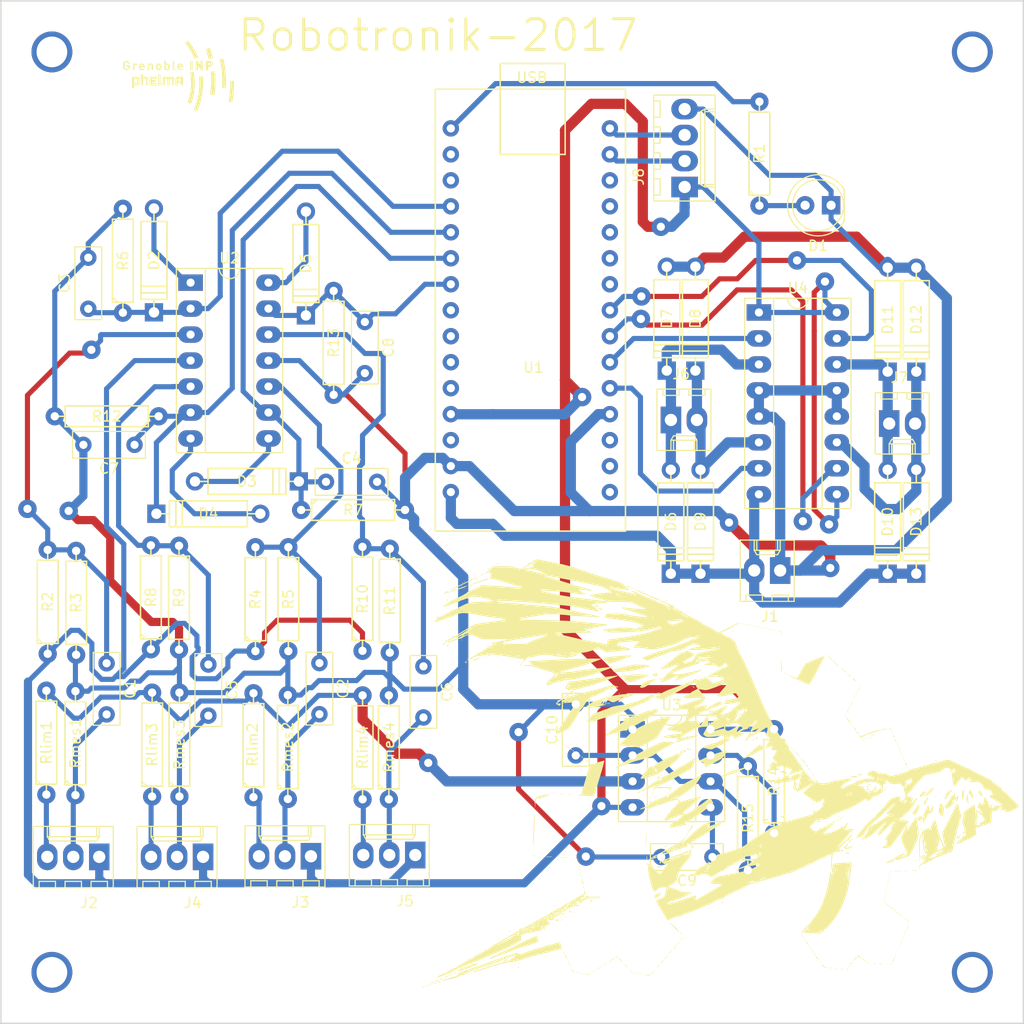
<source format=kicad_pcb>
(kicad_pcb (version 4) (host pcbnew 4.0.6-e0-6349~53~ubuntu16.04.1)
  (layers (0 F.Cu signal) (31 B.Cu signal) (34 B.Paste user) (35 F.Paste user) (36 B.SilkS user) (37 F.SilkS user) (38 B.Mask user) (39 F.Mask user) (44 Edge.Cuts user))
  (net 0 "")
  (net 1 GND)
  (net 2 /R-IR/C3)
  (net 3 /R-IR/C1)
  (net 4 /R-IR/C4)
  (net 5 /R-IR/C2)
  (net 6 "Net-(D1-Pad2)")
  (net 7 "Net-(D2-Pad2)")
  (net 8 "Net-(D3-Pad2)")
  (net 9 "Net-(D4-Pad2)")
  (net 10 "Net-(D5-Pad2)")
  (net 11 "Net-(D6-Pad2)")
  (net 12 VCC)
  (net 13 "Net-(D8-Pad1)")
  (net 14 "Net-(D10-Pad2)")
  (net 15 "Net-(D12-Pad1)")
  (net 16 +5V)
  (net 17 "Net-(J2-Pad3)")
  (net 18 "Net-(J3-Pad3)")
  (net 19 "Net-(J4-Pad3)")
  (net 20 "Net-(J5-Pad3)")
  (net 21 /distance_sensor/Trig)
  (net 22 /distance_sensor/Echo)
  (net 23 "Net-(R1-Pad2)")
  (net 24 /R-IR/Signal-e)
  (net 25 "Net-(U1-Pad2)")
  (net 26 "Net-(U1-Pad3)")
  (net 27 "Net-(U1-Pad8)")
  (net 28 "Net-(U1-Pad9)")
  (net 29 "Net-(U1-Pad10)")
  (net 30 "Net-(U1-Pad11)")
  (net 31 "Net-(U1-Pad13)")
  (net 32 "Net-(U1-Pad28)")
  (net 33 "Net-(U1-Pad27)")
  (net 34 "Net-(U1-Pad26)")
  (net 35 "Net-(U1-Pad25)")
  (net 36 "Net-(U1-Pad24)")
  (net 37 /motor-part/PWM2)
  (net 38 /motor-part/O2)
  (net 39 /motor-part/PWM1)
  (net 40 /motor-part/O1)
  (net 41 "Net-(U1-Pad18)")
  (net 42 "Net-(U1-Pad17)")
  (net 43 "Net-(U1-Pad16)")
  (net 44 "Net-(C1-Pad1)")
  (net 45 "Net-(C1-Pad2)")
  (net 46 "Net-(C2-Pad1)")
  (net 47 "Net-(C2-Pad2)")
  (net 48 "Net-(C5-Pad1)")
  (net 49 "Net-(C5-Pad2)")
  (net 50 "Net-(C6-Pad1)")
  (net 51 "Net-(C6-Pad2)")
  (net 52 "Net-(C9-Pad1)")
  (net 53 "Net-(C10-Pad1)")
  (net 54 "Net-(R14-Pad2)")
  (net 55 "Net-(U5-Pad1)")
  (net 56 "Net-(U6-Pad1)")
  (net 57 "Net-(U7-Pad1)")
  (net 58 "Net-(U8-Pad1)")
  (module Capacitors_THT:C_Rect_L7.0mm_W2.5mm_P5.00mm (layer F.Cu) (at 78.56 115.12 90)
    (fp_text reference C3 (at 2.5 -2.31 90) (layer F.SilkS))
    (fp_text value C)
    (pad 1 thru_hole circle (at 0 0 90) (size 1.6 1.6) (drill 0.8) (layers *.Cu *.Mask) (net 3 /R-IR/C1))
    (pad 2 thru_hole circle (at 5 0 90) (size 1.6 1.6) (drill 0.8) (layers *.Cu *.Mask) (net 1 GND))
  )
  (module Capacitors_THT:C_Rect_L7.0mm_W2.5mm_P5.00mm (layer F.Cu) (at 139.58455 168.724484 180)
    (fp_text reference C9 (at 2.5 -2.31 180) (layer F.SilkS))
    (fp_text value 10nC)
    (pad 1 thru_hole circle (at 0 0 180) (size 1.6 1.6) (drill 0.8) (layers *.Cu *.Mask) (net 52 "Net-(C9-Pad1)"))
    (pad 2 thru_hole circle (at 5 0 180) (size 1.6 1.6) (drill 0.8) (layers *.Cu *.Mask) (net 1 GND))
  )
  (module Capacitors_THT:C_Rect_L7.0mm_W2.5mm_P5.00mm (layer F.Cu) (at 126.22 158.79 90)
    (fp_text reference C10 (at 2.5 -2.31 90) (layer F.SilkS))
    (fp_text value 4,8nC)
    (pad 1 thru_hole circle (at 0 0 90) (size 1.6 1.6) (drill 0.8) (layers *.Cu *.Mask) (net 53 "Net-(C10-Pad1)"))
    (pad 2 thru_hole circle (at 5 0 90) (size 1.6 1.6) (drill 0.8) (layers *.Cu *.Mask) (net 1 GND))
  )
  (module LEDs:LED_D5.0mm (layer F.Cu) (at 151.19 105 180)
    (fp_text reference D1 (at 1.27 -3.96 180) (layer F.SilkS))
    (fp_text value LED)
    (pad 1 thru_hole rect (at 0 0 180) (size 1.8 1.8) (drill 0.9) (layers *.Cu *.Mask) (net 1 GND))
    (pad 2 thru_hole circle (at 2.54 0 180) (size 1.8 1.8) (drill 0.9) (layers *.Cu *.Mask) (net 6 "Net-(D1-Pad2)"))
  )
  (module Discret:D4 (layer F.Cu) (at 84.98 110.39 270)
    (fp_text reference D2 (at 0 0 270) (layer F.SilkS))
    (fp_text value D)
    (pad 2 thru_hole circle (at -5.08 0 270) (size 1.778 1.778) (drill 1.016) (layers *.Cu *.Mask) (net 7 "Net-(D2-Pad2)"))
    (pad 1 thru_hole rect (at 5.08 0 270) (size 1.778 1.778) (drill 1.016) (layers *.Cu *.Mask) (net 3 /R-IR/C1))
  )
  (module Discret:D4 (layer F.Cu) (at 135.52 135.94 270)
    (fp_text reference D6 (at 0 0 270) (layer F.SilkS))
    (fp_text value D_ALT)
    (pad 2 thru_hole circle (at -5.08 0 270) (size 1.778 1.778) (drill 1.016) (layers *.Cu *.Mask) (net 11 "Net-(D6-Pad2)"))
    (pad 1 thru_hole rect (at 5.08 0 270) (size 1.778 1.778) (drill 1.016) (layers *.Cu *.Mask) (net 12 VCC))
  )
  (module Discret:D4 (layer F.Cu) (at 135.12 116.08 270)
    (fp_text reference D7 (at 0 0 270) (layer F.SilkS))
    (fp_text value D_ALT)
    (pad 2 thru_hole circle (at -5.08 0 270) (size 1.778 1.778) (drill 1.016) (layers *.Cu *.Mask) (net 1 GND))
    (pad 1 thru_hole rect (at 5.08 0 270) (size 1.778 1.778) (drill 1.016) (layers *.Cu *.Mask) (net 11 "Net-(D6-Pad2)"))
  )
  (module Discret:D4 (layer F.Cu) (at 137.92 116.08 270)
    (fp_text reference D8 (at 0 0 270) (layer F.SilkS))
    (fp_text value D_ALT)
    (pad 2 thru_hole circle (at -5.08 0 270) (size 1.778 1.778) (drill 1.016) (layers *.Cu *.Mask) (net 1 GND))
    (pad 1 thru_hole rect (at 5.08 0 270) (size 1.778 1.778) (drill 1.016) (layers *.Cu *.Mask) (net 13 "Net-(D8-Pad1)"))
  )
  (module Discret:D4 (layer F.Cu) (at 138.42 135.94 270)
    (fp_text reference D9 (at 0 0 270) (layer F.SilkS))
    (fp_text value D_ALT)
    (pad 2 thru_hole circle (at -5.08 0 270) (size 1.778 1.778) (drill 1.016) (layers *.Cu *.Mask) (net 13 "Net-(D8-Pad1)"))
    (pad 1 thru_hole rect (at 5.08 0 270) (size 1.778 1.778) (drill 1.016) (layers *.Cu *.Mask) (net 12 VCC))
  )
  (module Discret:D4 (layer F.Cu) (at 156.72 135.94 270)
    (fp_text reference D10 (at 0 0 270) (layer F.SilkS))
    (fp_text value D_ALT)
    (pad 2 thru_hole circle (at -5.08 0 270) (size 1.778 1.778) (drill 1.016) (layers *.Cu *.Mask) (net 14 "Net-(D10-Pad2)"))
    (pad 1 thru_hole rect (at 5.08 0 270) (size 1.778 1.778) (drill 1.016) (layers *.Cu *.Mask) (net 12 VCC))
  )
  (module Discret:D4 (layer F.Cu) (at 156.72 116.18 270)
    (fp_text reference D11 (at 0 0 270) (layer F.SilkS))
    (fp_text value D_ALT)
    (pad 2 thru_hole circle (at -5.08 0 270) (size 1.778 1.778) (drill 1.016) (layers *.Cu *.Mask) (net 1 GND))
    (pad 1 thru_hole rect (at 5.08 0 270) (size 1.778 1.778) (drill 1.016) (layers *.Cu *.Mask) (net 14 "Net-(D10-Pad2)"))
  )
  (module Discret:D4 (layer F.Cu) (at 159.52 116.18 270)
    (fp_text reference D12 (at 0 0 270) (layer F.SilkS))
    (fp_text value D_ALT)
    (pad 2 thru_hole circle (at -5.08 0 270) (size 1.778 1.778) (drill 1.016) (layers *.Cu *.Mask) (net 1 GND))
    (pad 1 thru_hole rect (at 5.08 0 270) (size 1.778 1.778) (drill 1.016) (layers *.Cu *.Mask) (net 15 "Net-(D12-Pad1)"))
  )
  (module Discret:D4 (layer F.Cu) (at 159.52 135.94 270)
    (fp_text reference D13 (at 0 0 270) (layer F.SilkS))
    (fp_text value D_ALT)
    (pad 2 thru_hole circle (at -5.08 0 270) (size 1.778 1.778) (drill 1.016) (layers *.Cu *.Mask) (net 15 "Net-(D12-Pad1)"))
    (pad 1 thru_hole rect (at 5.08 0 270) (size 1.778 1.778) (drill 1.016) (layers *.Cu *.Mask) (net 12 VCC))
  )
  (module Connectors_Molex:Molex_KK-6410-02_02x2.54mm_Straight (layer F.Cu) (at 146.21 140.71 180)
    (fp_text reference J1 (at 1 -4.5 180) (layer F.SilkS))
    (fp_text value CONN_Batt)
    (pad 1 thru_hole rect (at 0 0 180) (size 2 2.6) (drill 1.2) (layers *.Cu *.Mask) (net 1 GND))
    (pad 2 thru_hole oval (at 2.54 0 180) (size 2 2.6) (drill 1.2) (layers *.Cu *.Mask) (net 12 VCC))
  )
  (module Connectors_Molex:Molex_KK-6410-03_03x2.54mm_Straight (layer F.Cu) (at 79.63 168.71 180)
    (fp_text reference J2 (at 1 -4.5 180) (layer F.SilkS))
    (fp_text value CONN_C1)
    (pad 1 thru_hole rect (at 0 0 180) (size 2 2.6) (drill 1.2) (layers *.Cu *.Mask) (net 16 +5V))
    (pad 2 thru_hole oval (at 2.54 0 180) (size 2 2.6) (drill 1.2) (layers *.Cu *.Mask) (net 45 "Net-(C1-Pad2)"))
    (pad 3 thru_hole oval (at 5.08 0 180) (size 2 2.6) (drill 1.2) (layers *.Cu *.Mask) (net 17 "Net-(J2-Pad3)"))
  )
  (module Connectors_Molex:Molex_KK-6410-02_02x2.54mm_Straight (layer F.Cu) (at 135.53 125.99)
    (fp_text reference J6 (at 1 -4.5) (layer F.SilkS))
    (fp_text value CONN_M1)
    (pad 1 thru_hole rect (at 0 0) (size 2 2.6) (drill 1.2) (layers *.Cu *.Mask) (net 11 "Net-(D6-Pad2)"))
    (pad 2 thru_hole oval (at 2.54 0) (size 2 2.6) (drill 1.2) (layers *.Cu *.Mask) (net 13 "Net-(D8-Pad1)"))
  )
  (module Connectors_Molex:Molex_KK-6410-02_02x2.54mm_Straight (layer F.Cu) (at 156.87 126.34)
    (fp_text reference J7 (at 1 -4.5) (layer F.SilkS))
    (fp_text value CONN_M2)
    (pad 1 thru_hole rect (at 0 0) (size 2 2.6) (drill 1.2) (layers *.Cu *.Mask) (net 14 "Net-(D10-Pad2)"))
    (pad 2 thru_hole oval (at 2.54 0) (size 2 2.6) (drill 1.2) (layers *.Cu *.Mask) (net 15 "Net-(D12-Pad1)"))
  )
  (module Connectors_Molex:Molex_KK-6410-04_04x2.54mm_Straight (layer F.Cu) (at 136.87 103.21 90)
    (fp_text reference J8 (at 1 -4.5 90) (layer F.SilkS))
    (fp_text value CONN_distance)
    (pad 1 thru_hole rect (at 0 0 90) (size 2 2.6) (drill 1.2) (layers *.Cu *.Mask) (net 16 +5V))
    (pad 2 thru_hole oval (at 2.54 0 90) (size 2 2.6) (drill 1.2) (layers *.Cu *.Mask) (net 21 /distance_sensor/Trig))
    (pad 3 thru_hole oval (at 5.08 0 90) (size 2 2.6) (drill 1.2) (layers *.Cu *.Mask) (net 22 /distance_sensor/Echo))
    (pad 4 thru_hole oval (at 7.62 0 90) (size 2 2.6) (drill 1.2) (layers *.Cu *.Mask) (net 1 GND))
  )
  (module Discret:R4-LARGE_PADS (layer F.Cu) (at 144.18 99.95 90)
    (fp_text reference R1 (at 0 0 90) (layer F.SilkS))
    (fp_text value R)
    (pad 1 thru_hole circle (at -5.08 0 90) (size 1.778 1.778) (drill 0.8128) (layers *.Cu *.Mask) (net 6 "Net-(D1-Pad2)"))
    (pad 2 thru_hole circle (at 5.08 0 90) (size 1.778 1.778) (drill 0.8128) (layers *.Cu *.Mask) (net 23 "Net-(R1-Pad2)"))
  )
  (module Discret:R4-LARGE_PADS (layer F.Cu) (at 81.94 110.42 90)
    (fp_text reference R6 (at 0 0 90) (layer F.SilkS))
    (fp_text value R)
    (pad 1 thru_hole circle (at -5.08 0 90) (size 1.778 1.778) (drill 0.8128) (layers *.Cu *.Mask) (net 3 /R-IR/C1))
    (pad 2 thru_hole circle (at 5.08 0 90) (size 1.778 1.778) (drill 0.8128) (layers *.Cu *.Mask) (net 1 GND))
  )
  (module Discret:R4-LARGE_PADS (layer F.Cu) (at 145.61455 161.304484 270)
    (fp_text reference R14 (at 0 0 270) (layer F.SilkS))
    (fp_text value 60kR)
    (pad 1 thru_hole circle (at -5.08 0 270) (size 1.778 1.778) (drill 0.8128) (layers *.Cu *.Mask) (net 16 +5V))
    (pad 2 thru_hole circle (at 5.08 0 270) (size 1.778 1.778) (drill 0.8128) (layers *.Cu *.Mask) (net 54 "Net-(R14-Pad2)"))
  )
  (module Discret:R4-LARGE_PADS (layer F.Cu) (at 143.05455 164.924484 270)
    (fp_text reference R15 (at 0 0 270) (layer F.SilkS))
    (fp_text value 120kR)
    (pad 1 thru_hole circle (at -5.08 0 270) (size 1.778 1.778) (drill 0.8128) (layers *.Cu *.Mask) (net 54 "Net-(R14-Pad2)"))
    (pad 2 thru_hole circle (at 5.08 0 270) (size 1.778 1.778) (drill 0.8128) (layers *.Cu *.Mask) (net 53 "Net-(C10-Pad1)"))
  )
  (module Discret:R4-LARGE_PADS (layer F.Cu) (at 74.46 157.54 90)
    (fp_text reference Rlim1 (at 0 0 90) (layer F.SilkS))
    (fp_text value R)
    (pad 1 thru_hole circle (at -5.08 0 90) (size 1.778 1.778) (drill 0.8128) (layers *.Cu *.Mask) (net 17 "Net-(J2-Pad3)"))
    (pad 2 thru_hole circle (at 5.08 0 90) (size 1.778 1.778) (drill 0.8128) (layers *.Cu *.Mask) (net 24 /R-IR/Signal-e))
  )
  (module Discret:R4-LARGE_PADS (layer F.Cu) (at 77.3 157.59 90)
    (fp_text reference Rmes1 (at 0 0 90) (layer F.SilkS))
    (fp_text value R)
    (pad 1 thru_hole circle (at -5.08 0 90) (size 1.778 1.778) (drill 0.8128) (layers *.Cu *.Mask) (net 45 "Net-(C1-Pad2)"))
    (pad 2 thru_hole circle (at 5.08 0 90) (size 1.778 1.778) (drill 0.8128) (layers *.Cu *.Mask) (net 1 GND))
  )
  (module Arduino-nano:Arduino-nano (layer F.Cu) (at 112.485 136.855001)
    (fp_text reference U1 (at 9.6 -16) (layer F.SilkS))
    (fp_text value Arduino-nano)
    (fp_text user USB (at 9.4488 -44.3484) (layer F.SilkS))
    (pad 1 thru_hole circle (at 1.525 -39.375) (size 1.6 1.6) (drill 0.8) (layers *.Cu *.Mask) (net 23 "Net-(R1-Pad2)"))
    (pad 30 thru_hole circle (at 17.075 -39.375) (size 1.6 1.6) (drill 0.8) (layers *.Cu *.Mask) (net 22 /distance_sensor/Echo))
    (pad 2 thru_hole circle (at 1.525 -36.835) (size 1.6 1.6) (drill 0.8) (layers *.Cu *.Mask) (net 25 "Net-(U1-Pad2)"))
    (pad 3 thru_hole circle (at 1.525 -34.295) (size 1.6 1.6) (drill 0.8) (layers *.Cu *.Mask) (net 26 "Net-(U1-Pad3)"))
    (pad 4 thru_hole circle (at 1.525 -31.755) (size 1.6 1.6) (drill 0.8) (layers *.Cu *.Mask) (net 3 /R-IR/C1))
    (pad 5 thru_hole circle (at 1.525 -29.215) (size 1.6 1.6) (drill 0.8) (layers *.Cu *.Mask) (net 5 /R-IR/C2))
    (pad 6 thru_hole circle (at 1.525 -26.675) (size 1.6 1.6) (drill 0.8) (layers *.Cu *.Mask) (net 2 /R-IR/C3))
    (pad 7 thru_hole circle (at 1.525 -24.135) (size 1.6 1.6) (drill 0.8) (layers *.Cu *.Mask) (net 4 /R-IR/C4))
    (pad 8 thru_hole circle (at 1.525 -21.595) (size 1.6 1.6) (drill 0.8) (layers *.Cu *.Mask) (net 27 "Net-(U1-Pad8)"))
    (pad 9 thru_hole circle (at 1.525 -19.055) (size 1.6 1.6) (drill 0.8) (layers *.Cu *.Mask) (net 28 "Net-(U1-Pad9)"))
    (pad 10 thru_hole circle (at 1.525 -16.515) (size 1.6 1.6) (drill 0.8) (layers *.Cu *.Mask) (net 29 "Net-(U1-Pad10)"))
    (pad 11 thru_hole circle (at 1.525 -13.975) (size 1.6 1.6) (drill 0.8) (layers *.Cu *.Mask) (net 30 "Net-(U1-Pad11)"))
    (pad 12 thru_hole circle (at 1.525 -11.435) (size 1.6 1.6) (drill 0.8) (layers *.Cu *.Mask) (net 16 +5V))
    (pad 13 thru_hole circle (at 1.525 -8.895) (size 1.6 1.6) (drill 0.8) (layers *.Cu *.Mask) (net 31 "Net-(U1-Pad13)"))
    (pad 14 thru_hole circle (at 1.525 -6.355) (size 1.6 1.6) (drill 0.8) (layers *.Cu *.Mask) (net 1 GND))
    (pad 15 thru_hole circle (at 1.525 -3.815) (size 1.6 1.6) (drill 0.8) (layers *.Cu *.Mask) (net 12 VCC))
    (pad 29 thru_hole circle (at 17.075 -36.835) (size 1.6 1.6) (drill 0.8) (layers *.Cu *.Mask) (net 21 /distance_sensor/Trig))
    (pad 28 thru_hole circle (at 17.075 -34.295) (size 1.6 1.6) (drill 0.8) (layers *.Cu *.Mask) (net 32 "Net-(U1-Pad28)"))
    (pad 27 thru_hole circle (at 17.075 -31.755) (size 1.6 1.6) (drill 0.8) (layers *.Cu *.Mask) (net 33 "Net-(U1-Pad27)"))
    (pad 26 thru_hole circle (at 17.075 -29.215) (size 1.6 1.6) (drill 0.8) (layers *.Cu *.Mask) (net 34 "Net-(U1-Pad26)"))
    (pad 25 thru_hole circle (at 17.075 -26.675) (size 1.6 1.6) (drill 0.8) (layers *.Cu *.Mask) (net 35 "Net-(U1-Pad25)"))
    (pad 24 thru_hole circle (at 17.075 -24.135) (size 1.6 1.6) (drill 0.8) (layers *.Cu *.Mask) (net 36 "Net-(U1-Pad24)"))
    (pad 23 thru_hole circle (at 17.075 -21.595) (size 1.6 1.6) (drill 0.8) (layers *.Cu *.Mask) (net 37 /motor-part/PWM2))
    (pad 22 thru_hole circle (at 17.075 -19.055) (size 1.6 1.6) (drill 0.8) (layers *.Cu *.Mask) (net 38 /motor-part/O2))
    (pad 21 thru_hole circle (at 17.075 -16.515) (size 1.6 1.6) (drill 0.8) (layers *.Cu *.Mask) (net 39 /motor-part/PWM1))
    (pad 20 thru_hole circle (at 17.075 -13.975) (size 1.6 1.6) (drill 0.8) (layers *.Cu *.Mask) (net 40 /motor-part/O1))
    (pad 19 thru_hole circle (at 17.075 -11.435) (size 1.6 1.6) (drill 0.8) (layers *.Cu *.Mask) (net 1 GND))
    (pad 18 thru_hole circle (at 17.075 -8.895) (size 1.6 1.6) (drill 0.8) (layers *.Cu *.Mask) (net 41 "Net-(U1-Pad18)"))
    (pad 17 thru_hole circle (at 17.075 -6.355) (size 1.6 1.6) (drill 0.8) (layers *.Cu *.Mask) (net 42 "Net-(U1-Pad17)"))
    (pad 16 thru_hole circle (at 17.075 -3.815) (size 1.6 1.6) (drill 0.8) (layers *.Cu *.Mask) (net 43 "Net-(U1-Pad16)"))
  )
  (module Housings_DIP:DIP-14_W7.62mm_Socket_LongPads (layer F.Cu) (at 88.56 112.56)
    (fp_text reference U2 (at 3.81 -2.39) (layer F.SilkS))
    (fp_text value LM324)
    (pad 1 thru_hole rect (at 0 0) (size 2.4 1.6) (drill 0.8) (layers *.Cu *.Mask) (net 7 "Net-(D2-Pad2)"))
    (pad 8 thru_hole oval (at 7.62 15.24) (size 2.4 1.6) (drill 0.8) (layers *.Cu *.Mask) (net 8 "Net-(D3-Pad2)"))
    (pad 2 thru_hole oval (at 0 2.54) (size 2.4 1.6) (drill 0.8) (layers *.Cu *.Mask) (net 3 /R-IR/C1))
    (pad 9 thru_hole oval (at 7.62 12.7) (size 2.4 1.6) (drill 0.8) (layers *.Cu *.Mask) (net 2 /R-IR/C3))
    (pad 3 thru_hole oval (at 0 5.08) (size 2.4 1.6) (drill 0.8) (layers *.Cu *.Mask) (net 44 "Net-(C1-Pad1)"))
    (pad 10 thru_hole oval (at 7.62 10.16) (size 2.4 1.6) (drill 0.8) (layers *.Cu *.Mask) (net 46 "Net-(C2-Pad1)"))
    (pad 4 thru_hole oval (at 0 7.62) (size 2.4 1.6) (drill 0.8) (layers *.Cu *.Mask) (net 16 +5V))
    (pad 11 thru_hole oval (at 7.62 7.62) (size 2.4 1.6) (drill 0.8) (layers *.Cu *.Mask) (net 1 GND))
    (pad 5 thru_hole oval (at 0 10.16) (size 2.4 1.6) (drill 0.8) (layers *.Cu *.Mask) (net 48 "Net-(C5-Pad1)"))
    (pad 12 thru_hole oval (at 7.62 5.08) (size 2.4 1.6) (drill 0.8) (layers *.Cu *.Mask) (net 50 "Net-(C6-Pad1)"))
    (pad 6 thru_hole oval (at 0 12.7) (size 2.4 1.6) (drill 0.8) (layers *.Cu *.Mask) (net 5 /R-IR/C2))
    (pad 13 thru_hole oval (at 7.62 2.54) (size 2.4 1.6) (drill 0.8) (layers *.Cu *.Mask) (net 4 /R-IR/C4))
    (pad 7 thru_hole oval (at 0 15.24) (size 2.4 1.6) (drill 0.8) (layers *.Cu *.Mask) (net 9 "Net-(D4-Pad2)"))
    (pad 14 thru_hole oval (at 7.62 0) (size 2.4 1.6) (drill 0.8) (layers *.Cu *.Mask) (net 10 "Net-(D5-Pad2)"))
  )
  (module Housings_DIP:DIP-8_W7.62mm_Socket_LongPads (layer F.Cu) (at 131.779551 156.249484)
    (fp_text reference U3 (at 3.81 -2.39) (layer F.SilkS))
    (fp_text value NE555)
    (pad 1 thru_hole rect (at 0 0) (size 2.4 1.6) (drill 0.8) (layers *.Cu *.Mask) (net 1 GND))
    (pad 5 thru_hole oval (at 7.62 7.62) (size 2.4 1.6) (drill 0.8) (layers *.Cu *.Mask) (net 52 "Net-(C9-Pad1)"))
    (pad 2 thru_hole oval (at 0 2.54) (size 2.4 1.6) (drill 0.8) (layers *.Cu *.Mask) (net 53 "Net-(C10-Pad1)"))
    (pad 6 thru_hole oval (at 7.62 5.08) (size 2.4 1.6) (drill 0.8) (layers *.Cu *.Mask) (net 53 "Net-(C10-Pad1)"))
    (pad 3 thru_hole oval (at 0 5.08) (size 2.4 1.6) (drill 0.8) (layers *.Cu *.Mask) (net 24 /R-IR/Signal-e))
    (pad 7 thru_hole oval (at 7.62 2.54) (size 2.4 1.6) (drill 0.8) (layers *.Cu *.Mask) (net 54 "Net-(R14-Pad2)"))
    (pad 4 thru_hole oval (at 0 7.62) (size 2.4 1.6) (drill 0.8) (layers *.Cu *.Mask) (net 16 +5V))
    (pad 8 thru_hole oval (at 7.62 0) (size 2.4 1.6) (drill 0.8) (layers *.Cu *.Mask) (net 16 +5V))
  )
  (module Housings_DIP:DIP-16_W7.62mm_Socket_LongPads (layer F.Cu) (at 144.13 115.48)
    (fp_text reference U4 (at 3.81 -2.39) (layer F.SilkS))
    (fp_text value L293)
    (pad 1 thru_hole rect (at 0 0) (size 2.4 1.6) (drill 0.8) (layers *.Cu *.Mask) (net 16 +5V))
    (pad 9 thru_hole oval (at 7.62 17.78) (size 2.4 1.6) (drill 0.8) (layers *.Cu *.Mask) (net 16 +5V))
    (pad 2 thru_hole oval (at 0 2.54) (size 2.4 1.6) (drill 0.8) (layers *.Cu *.Mask) (net 39 /motor-part/PWM1))
    (pad 10 thru_hole oval (at 7.62 15.24) (size 2.4 1.6) (drill 0.8) (layers *.Cu *.Mask) (net 38 /motor-part/O2))
    (pad 3 thru_hole oval (at 0 5.08) (size 2.4 1.6) (drill 0.8) (layers *.Cu *.Mask) (net 11 "Net-(D6-Pad2)"))
    (pad 11 thru_hole oval (at 7.62 12.7) (size 2.4 1.6) (drill 0.8) (layers *.Cu *.Mask) (net 15 "Net-(D12-Pad1)"))
    (pad 4 thru_hole oval (at 0 7.62) (size 2.4 1.6) (drill 0.8) (layers *.Cu *.Mask) (net 1 GND))
    (pad 12 thru_hole oval (at 7.62 10.16) (size 2.4 1.6) (drill 0.8) (layers *.Cu *.Mask) (net 1 GND))
    (pad 5 thru_hole oval (at 0 10.16) (size 2.4 1.6) (drill 0.8) (layers *.Cu *.Mask) (net 1 GND))
    (pad 13 thru_hole oval (at 7.62 7.62) (size 2.4 1.6) (drill 0.8) (layers *.Cu *.Mask) (net 1 GND))
    (pad 6 thru_hole oval (at 0 12.7) (size 2.4 1.6) (drill 0.8) (layers *.Cu *.Mask) (net 13 "Net-(D8-Pad1)"))
    (pad 14 thru_hole oval (at 7.62 5.08) (size 2.4 1.6) (drill 0.8) (layers *.Cu *.Mask) (net 14 "Net-(D10-Pad2)"))
    (pad 7 thru_hole oval (at 0 15.24) (size 2.4 1.6) (drill 0.8) (layers *.Cu *.Mask) (net 40 /motor-part/O1))
    (pad 15 thru_hole oval (at 7.62 2.54) (size 2.4 1.6) (drill 0.8) (layers *.Cu *.Mask) (net 37 /motor-part/PWM2))
    (pad 8 thru_hole oval (at 0 17.78) (size 2.4 1.6) (drill 0.8) (layers *.Cu *.Mask) (net 12 VCC))
    (pad 16 thru_hole oval (at 7.62 0) (size 2.4 1.6) (drill 0.8) (layers *.Cu *.Mask) (net 16 +5V))
  )
  (module Capacitors_THT:C_Rect_L7.0mm_W2.5mm_P5.00mm (layer F.Cu) (at 80.35 149.78 270)
    (fp_text reference C1 (at 2.5 -2.31 270) (layer F.SilkS))
    (fp_text value C)
    (pad 1 thru_hole circle (at 0 0 270) (size 1.6 1.6) (drill 0.8) (layers *.Cu *.Mask) (net 44 "Net-(C1-Pad1)"))
    (pad 2 thru_hole circle (at 5 0 270) (size 1.6 1.6) (drill 0.8) (layers *.Cu *.Mask) (net 45 "Net-(C1-Pad2)"))
  )
  (module Capacitors_THT:C_Rect_L7.0mm_W2.5mm_P5.00mm (layer F.Cu) (at 101.16 149.76 270)
    (fp_text reference C2 (at 2.5 -2.31 270) (layer F.SilkS))
    (fp_text value C)
    (pad 1 thru_hole circle (at 0 0 270) (size 1.6 1.6) (drill 0.8) (layers *.Cu *.Mask) (net 46 "Net-(C2-Pad1)"))
    (pad 2 thru_hole circle (at 5 0 270) (size 1.6 1.6) (drill 0.8) (layers *.Cu *.Mask) (net 47 "Net-(C2-Pad2)"))
  )
  (module Capacitors_THT:C_Rect_L7.0mm_W2.5mm_P5.00mm (layer F.Cu) (at 101.8 132.04)
    (fp_text reference C4 (at 2.5 -2.31) (layer F.SilkS))
    (fp_text value C)
    (pad 1 thru_hole circle (at 0 0) (size 1.6 1.6) (drill 0.8) (layers *.Cu *.Mask) (net 2 /R-IR/C3))
    (pad 2 thru_hole circle (at 5 0) (size 1.6 1.6) (drill 0.8) (layers *.Cu *.Mask) (net 1 GND))
  )
  (module Capacitors_THT:C_Rect_L7.0mm_W2.5mm_P5.00mm (layer F.Cu) (at 90.3 149.9 270)
    (fp_text reference C5 (at 2.5 -2.31 270) (layer F.SilkS))
    (fp_text value C)
    (pad 1 thru_hole circle (at 0 0 270) (size 1.6 1.6) (drill 0.8) (layers *.Cu *.Mask) (net 48 "Net-(C5-Pad1)"))
    (pad 2 thru_hole circle (at 5 0 270) (size 1.6 1.6) (drill 0.8) (layers *.Cu *.Mask) (net 49 "Net-(C5-Pad2)"))
  )
  (module Capacitors_THT:C_Rect_L7.0mm_W2.5mm_P5.00mm (layer F.Cu) (at 111.33 150.08 270)
    (fp_text reference C6 (at 2.5 -2.31 270) (layer F.SilkS))
    (fp_text value C)
    (pad 1 thru_hole circle (at 0 0 270) (size 1.6 1.6) (drill 0.8) (layers *.Cu *.Mask) (net 50 "Net-(C6-Pad1)"))
    (pad 2 thru_hole circle (at 5 0 270) (size 1.6 1.6) (drill 0.8) (layers *.Cu *.Mask) (net 51 "Net-(C6-Pad2)"))
  )
  (module Capacitors_THT:C_Rect_L7.0mm_W2.5mm_P5.00mm (layer F.Cu) (at 83.08 128.42 180)
    (fp_text reference C7 (at 2.5 -2.31 180) (layer F.SilkS))
    (fp_text value C)
    (pad 1 thru_hole circle (at 0 0 180) (size 1.6 1.6) (drill 0.8) (layers *.Cu *.Mask) (net 5 /R-IR/C2))
    (pad 2 thru_hole circle (at 5 0 180) (size 1.6 1.6) (drill 0.8) (layers *.Cu *.Mask) (net 1 GND))
  )
  (module Capacitors_THT:C_Rect_L7.0mm_W2.5mm_P5.00mm (layer F.Cu) (at 105.6 116.41 270)
    (fp_text reference C8 (at 2.5 -2.31 270) (layer F.SilkS))
    (fp_text value C)
    (pad 1 thru_hole circle (at 0 0 270) (size 1.6 1.6) (drill 0.8) (layers *.Cu *.Mask) (net 4 /R-IR/C4))
    (pad 2 thru_hole circle (at 5 0 270) (size 1.6 1.6) (drill 0.8) (layers *.Cu *.Mask) (net 1 GND))
  )
  (module Discret:D4 (layer F.Cu) (at 94.07 132)
    (fp_text reference D3 (at 0 0) (layer F.SilkS))
    (fp_text value D)
    (pad 2 thru_hole circle (at -5.08 0) (size 1.778 1.778) (drill 1.016) (layers *.Cu *.Mask) (net 8 "Net-(D3-Pad2)"))
    (pad 1 thru_hole rect (at 5.08 0) (size 1.778 1.778) (drill 1.016) (layers *.Cu *.Mask) (net 2 /R-IR/C3))
  )
  (module Discret:D4 (layer F.Cu) (at 90.3 135.16 180)
    (fp_text reference D4 (at 0 0 180) (layer F.SilkS))
    (fp_text value D)
    (pad 2 thru_hole circle (at -5.08 0 180) (size 1.778 1.778) (drill 1.016) (layers *.Cu *.Mask) (net 9 "Net-(D4-Pad2)"))
    (pad 1 thru_hole rect (at 5.08 0 180) (size 1.778 1.778) (drill 1.016) (layers *.Cu *.Mask) (net 5 /R-IR/C2))
  )
  (module Discret:D4 (layer F.Cu) (at 99.84 110.69 270)
    (fp_text reference D5 (at 0 0 270) (layer F.SilkS))
    (fp_text value D)
    (pad 2 thru_hole circle (at -5.08 0 270) (size 1.778 1.778) (drill 1.016) (layers *.Cu *.Mask) (net 10 "Net-(D5-Pad2)"))
    (pad 1 thru_hole rect (at 5.08 0 270) (size 1.778 1.778) (drill 1.016) (layers *.Cu *.Mask) (net 4 /R-IR/C4))
  )
  (module Connectors_Molex:Molex_KK-6410-03_03x2.54mm_Straight (layer F.Cu) (at 100.33 168.65 180)
    (fp_text reference J3 (at 1 -4.5 180) (layer F.SilkS))
    (fp_text value CONN_C3)
    (pad 1 thru_hole rect (at 0 0 180) (size 2 2.6) (drill 1.2) (layers *.Cu *.Mask) (net 16 +5V))
    (pad 2 thru_hole oval (at 2.54 0 180) (size 2 2.6) (drill 1.2) (layers *.Cu *.Mask) (net 47 "Net-(C2-Pad2)"))
    (pad 3 thru_hole oval (at 5.08 0 180) (size 2 2.6) (drill 1.2) (layers *.Cu *.Mask) (net 18 "Net-(J3-Pad3)"))
  )
  (module Connectors_Molex:Molex_KK-6410-03_03x2.54mm_Straight (layer F.Cu) (at 89.78 168.71 180)
    (fp_text reference J4 (at 1 -4.5 180) (layer F.SilkS))
    (fp_text value CONN_C2)
    (pad 1 thru_hole rect (at 0 0 180) (size 2 2.6) (drill 1.2) (layers *.Cu *.Mask) (net 16 +5V))
    (pad 2 thru_hole oval (at 2.54 0 180) (size 2 2.6) (drill 1.2) (layers *.Cu *.Mask) (net 49 "Net-(C5-Pad2)"))
    (pad 3 thru_hole oval (at 5.08 0 180) (size 2 2.6) (drill 1.2) (layers *.Cu *.Mask) (net 19 "Net-(J4-Pad3)"))
  )
  (module Connectors_Molex:Molex_KK-6410-03_03x2.54mm_Straight (layer F.Cu) (at 110.53 168.53 180)
    (fp_text reference J5 (at 1 -4.5 180) (layer F.SilkS))
    (fp_text value CONN_C4)
    (pad 1 thru_hole rect (at 0 0 180) (size 2 2.6) (drill 1.2) (layers *.Cu *.Mask) (net 16 +5V))
    (pad 2 thru_hole oval (at 2.54 0 180) (size 2 2.6) (drill 1.2) (layers *.Cu *.Mask) (net 51 "Net-(C6-Pad2)"))
    (pad 3 thru_hole oval (at 5.08 0 180) (size 2 2.6) (drill 1.2) (layers *.Cu *.Mask) (net 20 "Net-(J5-Pad3)"))
  )
  (module Discret:R4-LARGE_PADS (layer F.Cu) (at 74.59 143.77 90)
    (fp_text reference R2 (at 0 0 90) (layer F.SilkS))
    (fp_text value R)
    (pad 1 thru_hole circle (at -5.08 0 90) (size 1.778 1.778) (drill 0.8128) (layers *.Cu *.Mask) (net 16 +5V))
    (pad 2 thru_hole circle (at 5.08 0 90) (size 1.778 1.778) (drill 0.8128) (layers *.Cu *.Mask) (net 44 "Net-(C1-Pad1)"))
  )
  (module Discret:R4-LARGE_PADS (layer F.Cu) (at 77.37 143.87 270)
    (fp_text reference R3 (at 0 0 270) (layer F.SilkS))
    (fp_text value R)
    (pad 1 thru_hole circle (at -5.08 0 270) (size 1.778 1.778) (drill 0.8128) (layers *.Cu *.Mask) (net 44 "Net-(C1-Pad1)"))
    (pad 2 thru_hole circle (at 5.08 0 270) (size 1.778 1.778) (drill 0.8128) (layers *.Cu *.Mask) (net 1 GND))
  )
  (module Discret:R4-LARGE_PADS (layer F.Cu) (at 94.9 143.51 90)
    (fp_text reference R4 (at 0 0 90) (layer F.SilkS))
    (fp_text value R)
    (pad 1 thru_hole circle (at -5.08 0 90) (size 1.778 1.778) (drill 0.8128) (layers *.Cu *.Mask) (net 16 +5V))
    (pad 2 thru_hole circle (at 5.08 0 90) (size 1.778 1.778) (drill 0.8128) (layers *.Cu *.Mask) (net 46 "Net-(C2-Pad1)"))
  )
  (module Discret:R4-LARGE_PADS (layer F.Cu) (at 98.12 143.51 270)
    (fp_text reference R5 (at 0 0 270) (layer F.SilkS))
    (fp_text value R)
    (pad 1 thru_hole circle (at -5.08 0 270) (size 1.778 1.778) (drill 0.8128) (layers *.Cu *.Mask) (net 46 "Net-(C2-Pad1)"))
    (pad 2 thru_hole circle (at 5.08 0 270) (size 1.778 1.778) (drill 0.8128) (layers *.Cu *.Mask) (net 1 GND))
  )
  (module Discret:R4-LARGE_PADS (layer F.Cu) (at 104.45 134.79)
    (fp_text reference R7 (at 0 0) (layer F.SilkS))
    (fp_text value R)
    (pad 1 thru_hole circle (at -5.08 0) (size 1.778 1.778) (drill 0.8128) (layers *.Cu *.Mask) (net 2 /R-IR/C3))
    (pad 2 thru_hole circle (at 5.08 0) (size 1.778 1.778) (drill 0.8128) (layers *.Cu *.Mask) (net 1 GND))
  )
  (module Discret:R4-LARGE_PADS (layer F.Cu) (at 84.68 143.33 90)
    (fp_text reference R8 (at 0 0 90) (layer F.SilkS))
    (fp_text value R)
    (pad 1 thru_hole circle (at -5.08 0 90) (size 1.778 1.778) (drill 0.8128) (layers *.Cu *.Mask) (net 16 +5V))
    (pad 2 thru_hole circle (at 5.08 0 90) (size 1.778 1.778) (drill 0.8128) (layers *.Cu *.Mask) (net 48 "Net-(C5-Pad1)"))
  )
  (module Discret:R4-LARGE_PADS (layer F.Cu) (at 87.43 143.37 270)
    (fp_text reference R9 (at 0 0 270) (layer F.SilkS))
    (fp_text value R)
    (pad 1 thru_hole circle (at -5.08 0 270) (size 1.778 1.778) (drill 0.8128) (layers *.Cu *.Mask) (net 48 "Net-(C5-Pad1)"))
    (pad 2 thru_hole circle (at 5.08 0 270) (size 1.778 1.778) (drill 0.8128) (layers *.Cu *.Mask) (net 1 GND))
  )
  (module Discret:R4-LARGE_PADS (layer F.Cu) (at 105.37 143.48 90)
    (fp_text reference R10 (at 0 0 90) (layer F.SilkS))
    (fp_text value R)
    (pad 1 thru_hole circle (at -5.08 0 90) (size 1.778 1.778) (drill 0.8128) (layers *.Cu *.Mask) (net 16 +5V))
    (pad 2 thru_hole circle (at 5.08 0 90) (size 1.778 1.778) (drill 0.8128) (layers *.Cu *.Mask) (net 50 "Net-(C6-Pad1)"))
  )
  (module Discret:R4-LARGE_PADS (layer F.Cu) (at 108.04 143.66 270)
    (fp_text reference R11 (at 0 0 270) (layer F.SilkS))
    (fp_text value R)
    (pad 1 thru_hole circle (at -5.08 0 270) (size 1.778 1.778) (drill 0.8128) (layers *.Cu *.Mask) (net 50 "Net-(C6-Pad1)"))
    (pad 2 thru_hole circle (at 5.08 0 270) (size 1.778 1.778) (drill 0.8128) (layers *.Cu *.Mask) (net 1 GND))
  )
  (module Discret:R4-LARGE_PADS (layer F.Cu) (at 80.36 125.63 180)
    (fp_text reference R12 (at 0 0 180) (layer F.SilkS))
    (fp_text value R)
    (pad 1 thru_hole circle (at -5.08 0 180) (size 1.778 1.778) (drill 0.8128) (layers *.Cu *.Mask) (net 5 /R-IR/C2))
    (pad 2 thru_hole circle (at 5.08 0 180) (size 1.778 1.778) (drill 0.8128) (layers *.Cu *.Mask) (net 1 GND))
  )
  (module Discret:R4-LARGE_PADS (layer F.Cu) (at 102.55 118.45 270)
    (fp_text reference R13 (at 0 0 270) (layer F.SilkS))
    (fp_text value R)
    (pad 1 thru_hole circle (at -5.08 0 270) (size 1.778 1.778) (drill 0.8128) (layers *.Cu *.Mask) (net 4 /R-IR/C4))
    (pad 2 thru_hole circle (at 5.08 0 270) (size 1.778 1.778) (drill 0.8128) (layers *.Cu *.Mask) (net 1 GND))
  )
  (module Discret:R4-LARGE_PADS (layer F.Cu) (at 94.71 157.79 90)
    (fp_text reference Rlim2 (at 0.04 -0.09 90) (layer F.SilkS))
    (fp_text value R)
    (pad 1 thru_hole circle (at -5.08 0 90) (size 1.778 1.778) (drill 0.8128) (layers *.Cu *.Mask) (net 18 "Net-(J3-Pad3)"))
    (pad 2 thru_hole circle (at 5.08 0 90) (size 1.778 1.778) (drill 0.8128) (layers *.Cu *.Mask) (net 24 /R-IR/Signal-e))
  )
  (module Discret:R4-LARGE_PADS (layer F.Cu) (at 84.8 157.73 90)
    (fp_text reference Rlim3 (at 0 0 90) (layer F.SilkS))
    (fp_text value R)
    (pad 1 thru_hole circle (at -5.08 0 90) (size 1.778 1.778) (drill 0.8128) (layers *.Cu *.Mask) (net 19 "Net-(J4-Pad3)"))
    (pad 2 thru_hole circle (at 5.08 0 90) (size 1.778 1.778) (drill 0.8128) (layers *.Cu *.Mask) (net 24 /R-IR/Signal-e))
  )
  (module Discret:R4-LARGE_PADS (layer F.Cu) (at 105.38 158 90)
    (fp_text reference Rlim4 (at 0 0 90) (layer F.SilkS))
    (fp_text value R)
    (pad 1 thru_hole circle (at -5.08 0 90) (size 1.778 1.778) (drill 0.8128) (layers *.Cu *.Mask) (net 20 "Net-(J5-Pad3)"))
    (pad 2 thru_hole circle (at 5.08 0 90) (size 1.778 1.778) (drill 0.8128) (layers *.Cu *.Mask) (net 24 /R-IR/Signal-e))
  )
  (module Discret:R4-LARGE_PADS (layer F.Cu) (at 98.07 157.97 90)
    (fp_text reference Rmes2 (at 0 0 90) (layer F.SilkS))
    (fp_text value R)
    (pad 1 thru_hole circle (at -5.08 0 90) (size 1.778 1.778) (drill 0.8128) (layers *.Cu *.Mask) (net 47 "Net-(C2-Pad2)"))
    (pad 2 thru_hole circle (at 5.08 0 90) (size 1.778 1.778) (drill 0.8128) (layers *.Cu *.Mask) (net 1 GND))
  )
  (module Discret:R4-LARGE_PADS (layer F.Cu) (at 87.47 157.73 90)
    (fp_text reference Rmes3 (at 0 0 90) (layer F.SilkS))
    (fp_text value R)
    (pad 1 thru_hole circle (at -5.08 0 90) (size 1.778 1.778) (drill 0.8128) (layers *.Cu *.Mask) (net 49 "Net-(C5-Pad2)"))
    (pad 2 thru_hole circle (at 5.08 0 90) (size 1.778 1.778) (drill 0.8128) (layers *.Cu *.Mask) (net 1 GND))
  )
  (module Discret:R4-LARGE_PADS (layer F.Cu) (at 107.95 158 90)
    (fp_text reference Rmes4 (at 0 0 90) (layer F.SilkS))
    (fp_text value R)
    (pad 1 thru_hole circle (at -5.08 0 90) (size 1.778 1.778) (drill 0.8128) (layers *.Cu *.Mask) (net 51 "Net-(C6-Pad2)"))
    (pad 2 thru_hole circle (at 5.08 0 90) (size 1.778 1.778) (drill 0.8128) (layers *.Cu *.Mask) (net 1 GND))
  )
  (module Arduino-nano:Trou-3 (layer F.Cu) (at 74.9492 90)
    (fp_text reference U5 (at 0 0.5) (layer F.SilkS))
    (fp_text value Trou-3)
    (pad 1 thru_hole circle (at 0.0508 0) (size 4 4) (drill 3) (layers *.Cu *.Mask) (net 55 "Net-(U5-Pad1)"))
  )
  (module Arduino-nano:Trou-3 (layer F.Cu) (at 164.9492 90)
    (fp_text reference U6 (at 0 0.5) (layer F.SilkS))
    (fp_text value Trou-3)
    (pad 1 thru_hole circle (at 0.0508 0) (size 4 4) (drill 3) (layers *.Cu *.Mask) (net 56 "Net-(U6-Pad1)"))
  )
  (module Arduino-nano:Trou-3 (layer F.Cu) (at 74.9492 180)
    (fp_text reference U7 (at 0 0.5) (layer F.SilkS))
    (fp_text value Trou-3)
    (pad 1 thru_hole circle (at 0.0508 0) (size 4 4) (drill 3) (layers *.Cu *.Mask) (net 57 "Net-(U7-Pad1)"))
  )
  (module Arduino-nano:Trou-3 (layer F.Cu) (at 164.9492 180)
    (fp_text reference U8 (at 0 0.5) (layer F.SilkS))
    (fp_text value Trou-3)
    (pad 1 thru_hole circle (at 0.0508 0) (size 4 4) (drill 3) (layers *.Cu *.Mask) (net 58 "Net-(U8-Pad1)"))
  )
  (module logo:phelma-logo-exp2 (layer F.Cu) (at 140.38 160.49)
    (fp_text reference G*** hide)
    (fp_text value LOGO hide)
  )
  (module logo:phelma-logo (layer F.Cu) (at 87.39 92.3)
    (fp_text reference G*** hide)
    (fp_text value LOGO hide)
  )
  (gr_text Robotronik-2017 (at 112.76 88.38) (layer F.SilkS) (effects (font (size 3 3) (thickness 0.3))))
  (gr_line (start 170 85) (end 170 185) (layer Edge.Cuts) (width 0.15))
  (gr_line (start 70 85) (end 170 85) (layer Edge.Cuts) (width 0.15))
  (gr_line (start 70 185) (end 70 85) (layer Edge.Cuts) (width 0.15))
  (gr_line (start 170 185) (end 70 185) (layer Edge.Cuts) (width 0.15))
  (segment (start 102.55 123.53) (end 103.807235 123.53) (width 0.5) (layer F.Cu) (net 1))
  (segment (start 103.807235 123.53) (end 109.53 129.252765) (width 0.5) (layer F.Cu) (net 1))
  (segment (start 109.53 133.532765) (end 109.53 134.79) (width 0.5) (layer F.Cu) (net 1))
  (segment (start 109.53 129.252765) (end 109.53 133.532765) (width 0.5) (layer F.Cu) (net 1))
  (segment (start 96.18 120.18) (end 99.2 120.18) (width 0.5) (layer B.Cu) (net 1))
  (segment (start 99.2 120.18) (end 102.55 123.53) (width 0.5) (layer B.Cu) (net 1))
  (segment (start 108.04 150.91) (end 108.04 151.26) (width 0.5) (layer B.Cu) (net 1))
  (segment (start 108.04 151.26) (end 108.04 152.83) (width 0.5) (layer B.Cu) (net 1))
  (segment (start 107.45 150.67) (end 108.04 151.26) (width 0.5) (layer B.Cu) (net 1))
  (segment (start 98.07 152.89) (end 99.327235 152.89) (width 0.5) (layer B.Cu) (net 1))
  (segment (start 101.109001 151.470999) (end 104.789001 151.470999) (width 0.5) (layer B.Cu) (net 1))
  (segment (start 99.327235 152.89) (end 100.051245 152.16599) (width 0.5) (layer B.Cu) (net 1))
  (segment (start 100.051245 152.16599) (end 100.41401 152.16599) (width 0.5) (layer B.Cu) (net 1))
  (segment (start 100.41401 152.16599) (end 101.109001 151.470999) (width 0.5) (layer B.Cu) (net 1))
  (segment (start 104.789001 151.470999) (end 105.59 150.67) (width 0.5) (layer B.Cu) (net 1))
  (segment (start 105.59 150.67) (end 107.45 150.67) (width 0.5) (layer B.Cu) (net 1))
  (segment (start 76.64 134.88) (end 77.539999 135.779999) (width 0.8) (layer F.Cu) (net 1))
  (segment (start 77.539999 135.779999) (end 79.059999 135.779999) (width 0.8) (layer F.Cu) (net 1))
  (segment (start 79.059999 135.779999) (end 80.7 137.42) (width 0.8) (layer F.Cu) (net 1))
  (segment (start 80.7 137.42) (end 80.7 141.72) (width 0.8) (layer F.Cu) (net 1))
  (segment (start 80.7 141.72) (end 84.72 145.74) (width 0.8) (layer F.Cu) (net 1))
  (segment (start 84.72 145.74) (end 86.81 145.74) (width 0.8) (layer F.Cu) (net 1))
  (segment (start 86.81 145.74) (end 87.43 146.36) (width 0.8) (layer F.Cu) (net 1))
  (segment (start 87.43 146.36) (end 87.43 148.45) (width 0.8) (layer F.Cu) (net 1))
  (segment (start 78.08 128.42) (end 78.08 133.44) (width 0.8) (layer B.Cu) (net 1))
  (segment (start 78.08 133.44) (end 76.64 134.88) (width 0.8) (layer B.Cu) (net 1))
  (via (at 76.64 134.88) (size 1.8) (drill 0.8) (layers F.Cu B.Cu) (net 1))
  (segment (start 116.69 153.79) (end 123.32 153.79) (width 1) (layer B.Cu) (net 1))
  (segment (start 120.63 156.51) (end 121.529999 155.610001) (width 0.5) (layer B.Cu) (net 1))
  (segment (start 121.529999 155.580001) (end 123.32 153.79) (width 0.5) (layer B.Cu) (net 1))
  (segment (start 123.32 153.79) (end 126.22 153.79) (width 1) (layer B.Cu) (net 1))
  (segment (start 121.529999 155.610001) (end 121.529999 155.580001) (width 0.5) (layer B.Cu) (net 1))
  (segment (start 127.21 168.68) (end 120.63 162.1) (width 0.5) (layer F.Cu) (net 1))
  (segment (start 120.63 162.1) (end 120.63 156.51) (width 0.5) (layer F.Cu) (net 1))
  (via (at 120.63 156.51) (size 1.8) (drill 0.8) (layers F.Cu B.Cu) (net 1))
  (segment (start 134.58455 168.724484) (end 127.254484 168.724484) (width 0.5) (layer B.Cu) (net 1))
  (segment (start 127.254484 168.724484) (end 127.21 168.68) (width 0.5) (layer B.Cu) (net 1))
  (via (at 127.21 168.68) (size 1.8) (drill 0.8) (layers F.Cu B.Cu) (net 1))
  (segment (start 115.22 149.94) (end 115.22 152.32) (width 1) (layer B.Cu) (net 1))
  (segment (start 115.22 152.32) (end 116.69 153.79) (width 1) (layer B.Cu) (net 1))
  (segment (start 126.22 153.79) (end 130.620067 153.79) (width 0.5) (layer B.Cu) (net 1))
  (segment (start 130.620067 153.79) (end 131.779551 154.949484) (width 0.5) (layer B.Cu) (net 1))
  (segment (start 131.779551 154.949484) (end 131.779551 156.249484) (width 0.5) (layer B.Cu) (net 1))
  (segment (start 115.22 141.34) (end 115.22 149.94) (width 1) (layer B.Cu) (net 1))
  (segment (start 109.44 152.31) (end 112.85 152.31) (width 0.5) (layer B.Cu) (net 1))
  (segment (start 112.85 152.31) (end 115.22 149.94) (width 0.5) (layer B.Cu) (net 1))
  (segment (start 109.53 134.79) (end 110.418999 135.678999) (width 1) (layer B.Cu) (net 1))
  (segment (start 110.418999 135.678999) (end 110.418999 136.538999) (width 1) (layer B.Cu) (net 1))
  (segment (start 110.418999 136.538999) (end 115.22 141.34) (width 1) (layer B.Cu) (net 1))
  (segment (start 111.469998 129.700002) (end 109.53 131.64) (width 1) (layer B.Cu) (net 1))
  (segment (start 109.53 131.64) (end 109.53 134.79) (width 1) (layer B.Cu) (net 1))
  (segment (start 114.01 130.500001) (end 113.210001 129.700002) (width 1) (layer B.Cu) (net 1))
  (segment (start 113.210001 129.700002) (end 111.469998 129.700002) (width 1) (layer B.Cu) (net 1))
  (segment (start 140.08599 134.89599) (end 127.56 134.89599) (width 1) (layer B.Cu) (net 1))
  (segment (start 127.56 134.89599) (end 120.20599 134.89599) (width 1) (layer B.Cu) (net 1))
  (segment (start 125.74 128.108631) (end 125.74 133.07599) (width 1) (layer B.Cu) (net 1))
  (segment (start 125.74 133.07599) (end 127.56 134.89599) (width 1) (layer B.Cu) (net 1))
  (segment (start 129.56 125.420001) (end 128.42863 125.420001) (width 1) (layer B.Cu) (net 1))
  (segment (start 128.42863 125.420001) (end 125.74 128.108631) (width 1) (layer B.Cu) (net 1))
  (segment (start 141.21 136.02) (end 140.08599 134.89599) (width 1) (layer B.Cu) (net 1))
  (segment (start 120.20599 134.89599) (end 117.93 132.62) (width 1) (layer B.Cu) (net 1))
  (segment (start 150.182792 138.26) (end 143.45 138.26) (width 1) (layer F.Cu) (net 1))
  (segment (start 143.45 138.26) (end 141.21 136.02) (width 1) (layer F.Cu) (net 1))
  (via (at 141.21 136.02) (size 1.8) (drill 0.8) (layers F.Cu B.Cu) (net 1))
  (segment (start 151.11 140.46) (end 151.11 139.187208) (width 1) (layer F.Cu) (net 1))
  (segment (start 151.11 139.187208) (end 150.182792 138.26) (width 1) (layer F.Cu) (net 1))
  (segment (start 75.28 125.63) (end 75.28 113.4) (width 0.5) (layer B.Cu) (net 1))
  (segment (start 75.28 113.4) (end 78.56 110.12) (width 0.5) (layer B.Cu) (net 1))
  (segment (start 78.56 110.12) (end 78.56 108.72) (width 0.5) (layer B.Cu) (net 1))
  (segment (start 78.56 108.72) (end 81.94 105.34) (width 0.5) (layer B.Cu) (net 1))
  (segment (start 102.55 123.53) (end 103.48 123.53) (width 0.5) (layer B.Cu) (net 1))
  (segment (start 103.48 123.53) (end 105.6 121.41) (width 0.5) (layer B.Cu) (net 1))
  (segment (start 78.08 128.42) (end 78.07 128.42) (width 0.5) (layer B.Cu) (net 1))
  (segment (start 78.07 128.42) (end 75.28 125.63) (width 0.5) (layer B.Cu) (net 1))
  (segment (start 109.44 152.31) (end 108.04 150.91) (width 0.5) (layer B.Cu) (net 1))
  (segment (start 109.53 134.77) (end 106.8 132.04) (width 0.5) (layer B.Cu) (net 1))
  (segment (start 96.18 120.18) (end 96.58 120.18) (width 0.5) (layer B.Cu) (net 1))
  (segment (start 82.74 151.53) (end 83.596434 151.53) (width 0.5) (layer B.Cu) (net 1))
  (segment (start 83.596434 151.53) (end 84.416434 150.71) (width 0.5) (layer B.Cu) (net 1))
  (segment (start 78.867235 152.2) (end 82.07 152.2) (width 0.5) (layer B.Cu) (net 1))
  (segment (start 82.07 152.2) (end 82.74 151.53) (width 0.5) (layer B.Cu) (net 1))
  (segment (start 87.47 152.65) (end 87.47 150.14) (width 0.5) (layer B.Cu) (net 1))
  (segment (start 87.47 150.14) (end 87.47 148.49) (width 0.5) (layer B.Cu) (net 1))
  (segment (start 84.416434 150.71) (end 86.9 150.71) (width 0.5) (layer B.Cu) (net 1))
  (segment (start 86.9 150.71) (end 87.47 150.14) (width 0.5) (layer B.Cu) (net 1))
  (segment (start 77.3 152.51) (end 78.557235 152.51) (width 0.5) (layer B.Cu) (net 1))
  (segment (start 78.557235 152.51) (end 78.867235 152.2) (width 0.5) (layer B.Cu) (net 1))
  (segment (start 98.07 150.59) (end 98.07 150.01) (width 0.5) (layer B.Cu) (net 1))
  (segment (start 98.07 150.01) (end 98.07 148.64) (width 0.5) (layer B.Cu) (net 1))
  (segment (start 93.806331 150.75) (end 97.33 150.75) (width 0.5) (layer B.Cu) (net 1))
  (segment (start 97.33 150.75) (end 98.07 150.01) (width 0.5) (layer B.Cu) (net 1))
  (segment (start 98.07 152.89) (end 98.07 150.59) (width 0.5) (layer B.Cu) (net 1))
  (segment (start 87.47 152.65) (end 91.906331 152.65) (width 0.5) (layer B.Cu) (net 1))
  (segment (start 91.906331 152.65) (end 93.806331 150.75) (width 0.5) (layer B.Cu) (net 1))
  (segment (start 108.04 148.74) (end 108.04 150.91) (width 0.5) (layer B.Cu) (net 1))
  (segment (start 108.04 152.83) (end 107.95 152.92) (width 0.5) (layer B.Cu) (net 1))
  (segment (start 98.07 148.64) (end 98.12 148.59) (width 0.5) (layer B.Cu) (net 1))
  (segment (start 87.47 148.49) (end 87.43 148.45) (width 0.5) (layer B.Cu) (net 1))
  (segment (start 77.3 152.51) (end 77.3 149.02) (width 0.5) (layer B.Cu) (net 1))
  (segment (start 77.3 149.02) (end 77.37 148.95) (width 0.5) (layer B.Cu) (net 1))
  (segment (start 131.754551 156.224484) (end 131.779551 156.249484) (width 0.5) (layer B.Cu) (net 1))
  (segment (start 117.93 132.62) (end 115.810001 130.500001) (width 1) (layer B.Cu) (net 1))
  (segment (start 115.810001 130.500001) (end 114.01 130.500001) (width 1) (layer B.Cu) (net 1))
  (segment (start 146.21 140.71) (end 150.86 140.71) (width 1) (layer B.Cu) (net 1))
  (segment (start 150.86 140.71) (end 151.11 140.46) (width 1) (layer B.Cu) (net 1))
  (via (at 151.11 140.46) (size 1.8) (drill 0.8) (layers F.Cu B.Cu) (net 1))
  (segment (start 142.71 108.07) (end 153.69 108.07) (width 1) (layer F.Cu) (net 1))
  (segment (start 153.69 108.07) (end 156.72 111.1) (width 1) (layer F.Cu) (net 1))
  (segment (start 140.668999 110.111001) (end 142.71 108.07) (width 1) (layer F.Cu) (net 1))
  (segment (start 137.92 111) (end 138.808999 110.111001) (width 1) (layer F.Cu) (net 1))
  (segment (start 138.808999 110.111001) (end 140.668999 110.111001) (width 1) (layer F.Cu) (net 1))
  (segment (start 159.52 111.1) (end 162.51 114.09) (width 1) (layer B.Cu) (net 1))
  (segment (start 162.51 114.09) (end 162.51 133.76) (width 1) (layer B.Cu) (net 1))
  (segment (start 157.55 138.72) (end 150.2 138.72) (width 1) (layer B.Cu) (net 1))
  (segment (start 148.21 140.71) (end 146.21 140.71) (width 1) (layer B.Cu) (net 1))
  (segment (start 162.51 133.76) (end 157.55 138.72) (width 1) (layer B.Cu) (net 1))
  (segment (start 150.2 138.72) (end 148.21 140.71) (width 1) (layer B.Cu) (net 1))
  (segment (start 145.53 125.68) (end 146.21 126.36) (width 1) (layer B.Cu) (net 1))
  (segment (start 146.21 126.36) (end 146.21 140.71) (width 1) (layer B.Cu) (net 1))
  (segment (start 144.57 125.68) (end 145.53 125.68) (width 1) (layer B.Cu) (net 1))
  (segment (start 144.13 125.64) (end 144.53 125.64) (width 1) (layer B.Cu) (net 1))
  (segment (start 144.53 125.64) (end 144.57 125.68) (width 1) (layer B.Cu) (net 1))
  (segment (start 144.13 123.1) (end 151.75 123.1) (width 1) (layer B.Cu) (net 1))
  (segment (start 151.19 105) (end 151.19 106.4) (width 0.5) (layer B.Cu) (net 1))
  (segment (start 151.19 106.4) (end 155.89 111.1) (width 0.5) (layer B.Cu) (net 1))
  (segment (start 155.89 111.1) (end 156.72 111.1) (width 0.5) (layer B.Cu) (net 1))
  (segment (start 145.15 102.07) (end 149.66 102.07) (width 0.5) (layer B.Cu) (net 1))
  (segment (start 149.66 102.07) (end 151.19 103.6) (width 0.5) (layer B.Cu) (net 1))
  (segment (start 151.19 103.6) (end 151.19 105) (width 0.5) (layer B.Cu) (net 1))
  (segment (start 136.87 95.59) (end 138.67 95.59) (width 0.5) (layer B.Cu) (net 1))
  (segment (start 138.67 95.59) (end 145.15 102.07) (width 0.5) (layer B.Cu) (net 1))
  (segment (start 156.72 111.1) (end 156.72 110.53) (width 1) (layer B.Cu) (net 1))
  (segment (start 156.72 111.1) (end 159.52 111.1) (width 1) (layer B.Cu) (net 1))
  (segment (start 135.12 111) (end 137.92 111) (width 1) (layer B.Cu) (net 1))
  (segment (start 151.75 123.1) (end 151.75 125.64) (width 1) (layer B.Cu) (net 1))
  (segment (start 144.13 123.1) (end 144.13 125.64) (width 1) (layer B.Cu) (net 1))
  (segment (start 150.73 104.54) (end 151.19 105) (width 0.508) (layer B.Cu) (net 1))
  (segment (start 101.07 103.16) (end 108.090001 110.180001) (width 0.5) (layer B.Cu) (net 2))
  (segment (start 108.090001 110.180001) (end 114.01 110.180001) (width 0.5) (layer B.Cu) (net 2))
  (segment (start 98.93 103.16) (end 101.07 103.16) (width 0.5) (layer B.Cu) (net 2))
  (segment (start 93.7 108.39) (end 98.93 103.16) (width 0.5) (layer B.Cu) (net 2))
  (segment (start 93.7 123.18) (end 93.7 108.39) (width 0.5) (layer B.Cu) (net 2))
  (segment (start 96.18 125.26) (end 95.78 125.26) (width 0.5) (layer B.Cu) (net 2))
  (segment (start 95.78 125.26) (end 93.7 123.18) (width 0.5) (layer B.Cu) (net 2))
  (segment (start 95.71599 124.79599) (end 96.02768 124.79599) (width 0.5) (layer B.Cu) (net 2))
  (segment (start 101.8 132.04) (end 99.19 132.04) (width 0.5) (layer B.Cu) (net 2))
  (segment (start 99.19 132.04) (end 99.15 132) (width 0.5) (layer B.Cu) (net 2))
  (segment (start 99.37 134.79) (end 99.37 132.22) (width 0.5) (layer B.Cu) (net 2))
  (segment (start 99.37 132.22) (end 99.15 132) (width 0.5) (layer B.Cu) (net 2))
  (segment (start 99.15 132) (end 99.15 127.91831) (width 0.5) (layer B.Cu) (net 2))
  (segment (start 99.15 127.91831) (end 97.09401 125.86232) (width 0.5) (layer B.Cu) (net 2))
  (segment (start 95.94 125.55) (end 96.34 125.55) (width 0.5) (layer B.Cu) (net 2))
  (segment (start 96.34 125.55) (end 96.42 125.47) (width 0.5) (layer B.Cu) (net 2))
  (segment (start 102.97 99.71) (end 108.360001 105.100001) (width 0.5) (layer B.Cu) (net 3))
  (segment (start 108.360001 105.100001) (end 114.01 105.100001) (width 0.5) (layer B.Cu) (net 3))
  (segment (start 97.52 99.71) (end 102.97 99.71) (width 0.5) (layer B.Cu) (net 3))
  (segment (start 91.46 105.77) (end 97.52 99.71) (width 0.5) (layer B.Cu) (net 3))
  (segment (start 91.46 113.9) (end 91.46 105.77) (width 0.5) (layer B.Cu) (net 3))
  (segment (start 88.56 115.1) (end 90.26 115.1) (width 0.5) (layer B.Cu) (net 3))
  (segment (start 90.26 115.1) (end 91.46 113.9) (width 0.5) (layer B.Cu) (net 3))
  (segment (start 81.94 115.5) (end 78.94 115.5) (width 0.5) (layer B.Cu) (net 3))
  (segment (start 78.94 115.5) (end 78.56 115.12) (width 0.5) (layer B.Cu) (net 3))
  (segment (start 84.98 115.47) (end 81.97 115.47) (width 0.5) (layer B.Cu) (net 3))
  (segment (start 81.97 115.47) (end 81.94 115.5) (width 0.5) (layer B.Cu) (net 3))
  (segment (start 84.98 115.47) (end 88.19 115.47) (width 0.5) (layer B.Cu) (net 3))
  (segment (start 88.19 115.47) (end 88.56 115.1) (width 0.5) (layer B.Cu) (net 3))
  (segment (start 105.6 116.41) (end 106.399999 115.610001) (width 0.5) (layer B.Cu) (net 4))
  (segment (start 106.399999 115.610001) (end 108.589999 115.610001) (width 0.5) (layer B.Cu) (net 4))
  (segment (start 108.589999 115.610001) (end 111.479999 112.720001) (width 0.5) (layer B.Cu) (net 4))
  (segment (start 111.479999 112.720001) (end 114.01 112.720001) (width 0.5) (layer B.Cu) (net 4))
  (segment (start 114.149999 112.86) (end 114.01 112.720001) (width 0.5) (layer B.Cu) (net 4))
  (segment (start 102.55 113.37) (end 102.24 113.37) (width 0.5) (layer B.Cu) (net 4))
  (segment (start 102.24 113.37) (end 99.84 115.77) (width 0.5) (layer B.Cu) (net 4))
  (segment (start 105.6 116.41) (end 105.59 116.41) (width 0.5) (layer B.Cu) (net 4))
  (segment (start 105.59 116.41) (end 102.55 113.37) (width 0.5) (layer B.Cu) (net 4))
  (segment (start 99.84 115.77) (end 96.85 115.77) (width 0.5) (layer B.Cu) (net 4))
  (segment (start 96.85 115.77) (end 96.18 115.1) (width 0.5) (layer B.Cu) (net 4))
  (segment (start 102.38 101.87) (end 108.150001 107.640001) (width 0.5) (layer B.Cu) (net 5))
  (segment (start 108.150001 107.640001) (end 114.01 107.640001) (width 0.5) (layer B.Cu) (net 5))
  (segment (start 98.21 101.87) (end 102.38 101.87) (width 0.5) (layer B.Cu) (net 5))
  (segment (start 92.64 107.44) (end 98.21 101.87) (width 0.5) (layer B.Cu) (net 5))
  (segment (start 92.64 122.88) (end 92.64 107.44) (width 0.5) (layer B.Cu) (net 5))
  (segment (start 88.56 125.26) (end 90.26 125.26) (width 0.5) (layer B.Cu) (net 5))
  (segment (start 90.26 125.26) (end 92.64 122.88) (width 0.5) (layer B.Cu) (net 5))
  (segment (start 113.740001 107.91) (end 114.01 107.640001) (width 0.5) (layer B.Cu) (net 5))
  (segment (start 85.44 125.63) (end 88.19 125.63) (width 0.5) (layer B.Cu) (net 5))
  (segment (start 88.19 125.63) (end 88.56 125.26) (width 0.5) (layer B.Cu) (net 5))
  (segment (start 83.08 128.42) (end 83.08 127.99) (width 0.5) (layer B.Cu) (net 5))
  (segment (start 83.08 127.99) (end 85.44 125.63) (width 0.5) (layer B.Cu) (net 5))
  (segment (start 85.22 135.16) (end 85.22 128.2) (width 0.5) (layer B.Cu) (net 5))
  (segment (start 85.22 128.2) (end 88.16 125.26) (width 0.5) (layer B.Cu) (net 5))
  (segment (start 88.16 125.26) (end 88.56 125.26) (width 0.5) (layer B.Cu) (net 5))
  (segment (start 144.18 105.03) (end 148.62 105.03) (width 0.508) (layer B.Cu) (net 6))
  (segment (start 148.62 105.03) (end 148.65 105) (width 0.508) (layer B.Cu) (net 6))
  (segment (start 84.98 105.31) (end 84.98 109.38) (width 0.5) (layer B.Cu) (net 7))
  (segment (start 84.98 109.38) (end 88.16 112.56) (width 0.5) (layer B.Cu) (net 7))
  (segment (start 88.16 112.56) (end 88.56 112.56) (width 0.5) (layer B.Cu) (net 7))
  (segment (start 88.99 132) (end 93.28 132) (width 0.5) (layer B.Cu) (net 8))
  (segment (start 93.28 132) (end 96.18 129.1) (width 0.5) (layer B.Cu) (net 8))
  (segment (start 96.18 129.1) (end 96.18 127.8) (width 0.5) (layer B.Cu) (net 8))
  (segment (start 95.38 135.16) (end 88.94 135.16) (width 0.5) (layer B.Cu) (net 9))
  (segment (start 88.94 135.16) (end 86.77 132.99) (width 0.5) (layer B.Cu) (net 9))
  (segment (start 86.77 132.99) (end 86.77 130.89) (width 0.5) (layer B.Cu) (net 9))
  (segment (start 86.77 130.89) (end 88.56 129.1) (width 0.5) (layer B.Cu) (net 9))
  (segment (start 88.56 129.1) (end 88.56 127.8) (width 0.5) (layer B.Cu) (net 9))
  (segment (start 99.84 105.61) (end 99.84 110.49) (width 0.5) (layer B.Cu) (net 10))
  (segment (start 99.84 110.49) (end 98.24 112.09) (width 0.5) (layer B.Cu) (net 10))
  (segment (start 98.24 112.09) (end 98.24 112.2) (width 0.5) (layer B.Cu) (net 10))
  (segment (start 98.24 112.2) (end 97.88 112.56) (width 0.5) (layer B.Cu) (net 10))
  (segment (start 97.88 112.56) (end 96.18 112.56) (width 0.5) (layer B.Cu) (net 10))
  (segment (start 140.49 119.12) (end 135.271 119.12) (width 1) (layer B.Cu) (net 11))
  (segment (start 135.271 119.12) (end 135.12 119.271) (width 1) (layer B.Cu) (net 11))
  (segment (start 135.12 119.271) (end 135.12 121.16) (width 1) (layer B.Cu) (net 11))
  (segment (start 144.13 120.56) (end 141.93 120.56) (width 1) (layer B.Cu) (net 11))
  (segment (start 141.93 120.56) (end 140.49 119.12) (width 1) (layer B.Cu) (net 11))
  (segment (start 135.53 125.99) (end 135.53 121.57) (width 1) (layer B.Cu) (net 11))
  (segment (start 135.53 121.57) (end 135.12 121.16) (width 1) (layer B.Cu) (net 11))
  (segment (start 135.52 130.86) (end 135.52 126) (width 1) (layer B.Cu) (net 11))
  (segment (start 135.52 126) (end 135.53 125.99) (width 1) (layer B.Cu) (net 11))
  (segment (start 119.26 137.31) (end 134.17 137.31) (width 1) (layer B.Cu) (net 12))
  (segment (start 134.17 137.31) (end 135.52 138.66) (width 1) (layer B.Cu) (net 12))
  (segment (start 118.1 136.15) (end 119.26 137.31) (width 1) (layer B.Cu) (net 12))
  (segment (start 114.59 136.15) (end 118.1 136.15) (width 1) (layer B.Cu) (net 12))
  (segment (start 143.67 140.71) (end 143.67 143.01) (width 1) (layer B.Cu) (net 12))
  (segment (start 138.42 141.02) (end 143.36 141.02) (width 1) (layer B.Cu) (net 12))
  (segment (start 143.36 141.02) (end 143.67 140.71) (width 1) (layer B.Cu) (net 12))
  (segment (start 135.52 141.02) (end 138.42 141.02) (width 1) (layer B.Cu) (net 12))
  (segment (start 144.5 143.84) (end 152.011 143.84) (width 1) (layer B.Cu) (net 12))
  (segment (start 152.011 143.84) (end 154.831 141.02) (width 1) (layer B.Cu) (net 12))
  (segment (start 143.67 143.01) (end 144.5 143.84) (width 1) (layer B.Cu) (net 12))
  (segment (start 143.67 140.71) (end 143.67 133.72) (width 1) (layer B.Cu) (net 12))
  (segment (start 143.67 133.72) (end 144.13 133.26) (width 1) (layer B.Cu) (net 12))
  (segment (start 135.52 141.02) (end 135.52 138.66) (width 1) (layer B.Cu) (net 12))
  (segment (start 114.59 136.15) (end 114.01 135.57) (width 1) (layer B.Cu) (net 12))
  (segment (start 114.01 135.57) (end 114.01 133.040001) (width 1) (layer B.Cu) (net 12))
  (segment (start 156.72 141.02) (end 154.831 141.02) (width 1) (layer B.Cu) (net 12))
  (segment (start 156.72 141.02) (end 159.52 141.02) (width 1) (layer B.Cu) (net 12))
  (segment (start 144.13 128.18) (end 141.1 128.18) (width 1) (layer B.Cu) (net 13))
  (segment (start 141.1 128.18) (end 138.42 130.86) (width 1) (layer B.Cu) (net 13))
  (segment (start 138.07 125.99) (end 138.07 121.31) (width 1) (layer B.Cu) (net 13))
  (segment (start 138.07 121.31) (end 137.92 121.16) (width 1) (layer B.Cu) (net 13))
  (segment (start 138.42 130.86) (end 138.42 126.34) (width 1) (layer B.Cu) (net 13))
  (segment (start 138.42 126.34) (end 138.07 125.99) (width 1) (layer B.Cu) (net 13))
  (segment (start 151.75 120.56) (end 156.02 120.56) (width 1) (layer B.Cu) (net 14))
  (segment (start 156.02 120.56) (end 156.72 121.26) (width 1) (layer B.Cu) (net 14))
  (segment (start 156.72 130.86) (end 156.72 126.49) (width 1) (layer B.Cu) (net 14))
  (segment (start 156.72 126.49) (end 156.87 126.34) (width 1) (layer B.Cu) (net 14))
  (segment (start 156.72 121.26) (end 156.72 126.19) (width 1) (layer B.Cu) (net 14))
  (segment (start 156.72 126.19) (end 156.87 126.34) (width 1) (layer B.Cu) (net 14))
  (segment (start 151.75 128.18) (end 152.15 128.18) (width 1) (layer B.Cu) (net 15))
  (segment (start 152.15 128.18) (end 154.46 130.49) (width 1) (layer B.Cu) (net 15))
  (segment (start 154.46 130.49) (end 154.46 132.73) (width 1) (layer B.Cu) (net 15))
  (segment (start 156.43 134.7) (end 157.74 134.7) (width 1) (layer B.Cu) (net 15))
  (segment (start 154.46 132.73) (end 156.43 134.7) (width 1) (layer B.Cu) (net 15))
  (segment (start 157.74 134.7) (end 159.52 132.92) (width 1) (layer B.Cu) (net 15))
  (segment (start 159.52 132.92) (end 159.52 130.86) (width 1) (layer B.Cu) (net 15))
  (segment (start 159.41 126.64) (end 159.41 126.34) (width 1) (layer B.Cu) (net 15))
  (segment (start 159.52 130.86) (end 159.52 126.45) (width 1) (layer B.Cu) (net 15))
  (segment (start 159.52 126.45) (end 159.41 126.34) (width 1) (layer B.Cu) (net 15))
  (segment (start 159.52 121.26) (end 159.52 126.23) (width 1) (layer B.Cu) (net 15))
  (segment (start 159.52 126.23) (end 159.41 126.34) (width 1) (layer B.Cu) (net 15))
  (segment (start 104.13 145.57) (end 105.37 146.81) (width 0.5) (layer F.Cu) (net 16))
  (segment (start 105.37 146.81) (end 105.37 148.56) (width 0.5) (layer F.Cu) (net 16))
  (segment (start 97.02 145.57) (end 104.13 145.57) (width 0.5) (layer F.Cu) (net 16))
  (segment (start 95.788999 146.801001) (end 97.02 145.57) (width 0.5) (layer F.Cu) (net 16))
  (segment (start 94.9 148.59) (end 95.788999 147.701001) (width 0.5) (layer F.Cu) (net 16))
  (segment (start 95.788999 147.701001) (end 95.788999 146.801001) (width 0.5) (layer F.Cu) (net 16))
  (segment (start 92.206999 149.293001) (end 92.91 148.59) (width 0.5) (layer B.Cu) (net 16))
  (segment (start 92.91 148.59) (end 94.9 148.59) (width 0.5) (layer B.Cu) (net 16))
  (segment (start 92.206999 150.173001) (end 92.206999 149.293001) (width 0.5) (layer B.Cu) (net 16))
  (segment (start 125.17 122.08) (end 125.17 146.48) (width 1) (layer F.Cu) (net 16))
  (segment (start 125.17 146.48) (end 131 152.31) (width 1) (layer F.Cu) (net 16))
  (segment (start 131 152.31) (end 141.700066 152.31) (width 0.8) (layer F.Cu) (net 16))
  (segment (start 141.700066 152.31) (end 145.61455 156.224484) (width 0.8) (layer F.Cu) (net 16))
  (segment (start 128.73455 154.57545) (end 131 152.31) (width 0.8) (layer F.Cu) (net 16))
  (segment (start 128.73455 163.744484) (end 128.73455 154.57545) (width 0.8) (layer F.Cu) (net 16))
  (segment (start 108.07 171.29) (end 121.189034 171.29) (width 0.8) (layer B.Cu) (net 16))
  (segment (start 121.189034 171.29) (end 128.73455 163.744484) (width 0.8) (layer B.Cu) (net 16))
  (segment (start 74.59 148.85) (end 74.59 149.65) (width 0.5) (layer B.Cu) (net 16))
  (segment (start 74.59 149.65) (end 72.66 151.58) (width 0.5) (layer B.Cu) (net 16))
  (segment (start 72.64 151.57) (end 72.66 151.57) (width 0.5) (layer B.Cu) (net 16))
  (segment (start 72.65 151.58) (end 72.64 151.57) (width 0.5) (layer B.Cu) (net 16))
  (segment (start 72.66 151.58) (end 72.65 151.58) (width 0.5) (layer B.Cu) (net 16))
  (segment (start 126.84 123.75) (end 125.17 122.08) (width 1) (layer F.Cu) (net 16))
  (segment (start 125.17 122.08) (end 125.17 97.67) (width 1) (layer F.Cu) (net 16))
  (segment (start 127.76 95.08) (end 131.06 95.08) (width 1) (layer F.Cu) (net 16))
  (segment (start 131.06 95.08) (end 132.78 96.8) (width 1) (layer F.Cu) (net 16))
  (segment (start 125.17 97.67) (end 127.76 95.08) (width 1) (layer F.Cu) (net 16))
  (segment (start 132.78 96.8) (end 132.78 106.612792) (width 1) (layer F.Cu) (net 16))
  (segment (start 132.78 106.612792) (end 133.267208 107.1) (width 1) (layer F.Cu) (net 16))
  (segment (start 133.267208 107.1) (end 134.54 107.1) (width 1) (layer F.Cu) (net 16))
  (segment (start 118.11 125.43) (end 125.16 125.43) (width 1) (layer B.Cu) (net 16))
  (segment (start 125.16 125.43) (end 126.84 123.75) (width 1) (layer B.Cu) (net 16))
  (via (at 126.84 123.75) (size 1.8) (drill 0.8) (layers F.Cu B.Cu) (net 16))
  (segment (start 72.66 170.45) (end 72.66 151.57) (width 0.8) (layer B.Cu) (net 16))
  (segment (start 73.5 171.29) (end 72.66 170.45) (width 0.8) (layer B.Cu) (net 16))
  (segment (start 88.56 120.18) (end 83.1 120.18) (width 0.5) (layer B.Cu) (net 16))
  (segment (start 80.34 136.43) (end 82.03 138.12) (width 0.5) (layer B.Cu) (net 16))
  (segment (start 82.03 138.12) (end 82.03 150.29) (width 0.5) (layer B.Cu) (net 16))
  (segment (start 83.1 120.18) (end 80.34 122.94) (width 0.5) (layer B.Cu) (net 16))
  (segment (start 80.34 122.94) (end 80.34 136.43) (width 0.5) (layer B.Cu) (net 16))
  (segment (start 82.03 150.29) (end 81.235999 151.084001) (width 0.5) (layer B.Cu) (net 16))
  (segment (start 131.779551 163.869484) (end 132.179551 163.869484) (width 0.5) (layer B.Cu) (net 16))
  (segment (start 108.07 171.29) (end 102.05 171.29) (width 0.8) (layer B.Cu) (net 16))
  (segment (start 102.05 171.29) (end 90.61 171.29) (width 0.8) (layer B.Cu) (net 16))
  (segment (start 100.33 168.65) (end 100.33 170.75) (width 0.8) (layer B.Cu) (net 16))
  (segment (start 100.33 170.75) (end 100.87 171.29) (width 0.8) (layer B.Cu) (net 16))
  (segment (start 100.87 171.29) (end 102.05 171.29) (width 0.8) (layer B.Cu) (net 16))
  (segment (start 90.61 171.29) (end 80.5 171.29) (width 0.8) (layer B.Cu) (net 16))
  (segment (start 89.78 168.71) (end 89.78 170.81) (width 0.8) (layer B.Cu) (net 16))
  (segment (start 89.78 170.81) (end 90.26 171.29) (width 0.8) (layer B.Cu) (net 16))
  (segment (start 90.26 171.29) (end 90.61 171.29) (width 0.8) (layer B.Cu) (net 16))
  (segment (start 80.5 171.29) (end 73.5 171.29) (width 0.8) (layer B.Cu) (net 16))
  (segment (start 79.63 168.71) (end 79.63 170.81) (width 0.8) (layer B.Cu) (net 16))
  (segment (start 79.63 170.81) (end 80.11 171.29) (width 0.8) (layer B.Cu) (net 16))
  (segment (start 80.11 171.29) (end 80.5 171.29) (width 0.8) (layer B.Cu) (net 16))
  (segment (start 110.53 168.53) (end 110.53 168.83) (width 0.8) (layer B.Cu) (net 16))
  (segment (start 110.53 168.83) (end 108.07 171.29) (width 0.8) (layer B.Cu) (net 16))
  (segment (start 77.63 146.56) (end 76.88 146.56) (width 0.5) (layer B.Cu) (net 16))
  (segment (start 76.88 146.56) (end 74.59 148.85) (width 0.5) (layer B.Cu) (net 16))
  (segment (start 78.91 150.4) (end 78.91 147.84) (width 0.5) (layer B.Cu) (net 16))
  (segment (start 78.91 147.84) (end 77.63 146.56) (width 0.5) (layer B.Cu) (net 16))
  (segment (start 79.86 151.35) (end 78.91 150.4) (width 0.5) (layer B.Cu) (net 16))
  (segment (start 80.97 151.35) (end 79.86 151.35) (width 0.5) (layer B.Cu) (net 16))
  (segment (start 81.235999 151.084001) (end 80.97 151.35) (width 0.5) (layer B.Cu) (net 16))
  (segment (start 84.68 148.41) (end 82.005999 151.084001) (width 0.5) (layer B.Cu) (net 16))
  (segment (start 82.005999 151.084001) (end 81.235999 151.084001) (width 0.5) (layer B.Cu) (net 16))
  (segment (start 92.206999 150.173001) (end 91.09 151.29) (width 0.5) (layer B.Cu) (net 16))
  (segment (start 91.09 151.29) (end 89.1 151.29) (width 0.5) (layer B.Cu) (net 16))
  (segment (start 87.97 145.88) (end 87.21 145.88) (width 0.5) (layer B.Cu) (net 16))
  (segment (start 89.1 151.29) (end 88.71 150.9) (width 0.5) (layer B.Cu) (net 16))
  (segment (start 89.3 148.258358) (end 89.18 148.138358) (width 0.5) (layer B.Cu) (net 16))
  (segment (start 88.71 150.9) (end 88.71 149.19) (width 0.5) (layer B.Cu) (net 16))
  (segment (start 88.71 149.19) (end 89.3 148.6) (width 0.5) (layer B.Cu) (net 16))
  (segment (start 89.3 148.6) (end 89.3 148.258358) (width 0.5) (layer B.Cu) (net 16))
  (segment (start 89.18 148.138358) (end 89.18 147.09) (width 0.5) (layer B.Cu) (net 16))
  (segment (start 89.18 147.09) (end 87.97 145.88) (width 0.5) (layer B.Cu) (net 16))
  (segment (start 87.21 145.88) (end 84.68 148.41) (width 0.5) (layer B.Cu) (net 16))
  (segment (start 131.779551 163.869484) (end 128.85955 163.869484) (width 0.5) (layer B.Cu) (net 16))
  (segment (start 128.85955 163.869484) (end 128.73455 163.744484) (width 0.5) (layer B.Cu) (net 16))
  (via (at 128.73455 163.744484) (size 1.8) (drill 0.8) (layers F.Cu B.Cu) (net 16))
  (segment (start 145.61455 156.224484) (end 139.424551 156.224484) (width 0.5) (layer B.Cu) (net 16))
  (segment (start 139.424551 156.224484) (end 139.399551 156.249484) (width 0.5) (layer B.Cu) (net 16))
  (segment (start 136.86 105.85) (end 135.61 107.1) (width 1) (layer B.Cu) (net 16))
  (segment (start 135.61 107.1) (end 134.54 107.1) (width 1) (layer B.Cu) (net 16))
  (via (at 134.54 107.1) (size 1.8) (drill 0.8) (layers F.Cu B.Cu) (net 16))
  (segment (start 136.86 105.22) (end 136.86 105.85) (width 1) (layer B.Cu) (net 16))
  (segment (start 136.87 103.21) (end 136.87 105.21) (width 1) (layer B.Cu) (net 16))
  (segment (start 136.87 105.21) (end 136.86 105.22) (width 1) (layer B.Cu) (net 16))
  (segment (start 118.11 125.43) (end 114.019999 125.43) (width 1) (layer B.Cu) (net 16))
  (segment (start 114.019999 125.43) (end 114.01 125.420001) (width 1) (layer B.Cu) (net 16))
  (segment (start 150.59 112.46) (end 150.59 114.32) (width 0.5) (layer B.Cu) (net 16))
  (segment (start 150.59 114.32) (end 151.75 115.48) (width 0.5) (layer B.Cu) (net 16))
  (segment (start 149.54 117.29) (end 149.54 113.51) (width 0.5) (layer F.Cu) (net 16))
  (segment (start 149.54 113.51) (end 150.59 112.46) (width 0.5) (layer F.Cu) (net 16))
  (via (at 150.59 112.46) (size 1.8) (drill 0.8) (layers F.Cu B.Cu) (net 16))
  (segment (start 150.99 136.2) (end 149.54 134.75) (width 0.5) (layer F.Cu) (net 16))
  (segment (start 149.54 134.75) (end 149.54 117.29) (width 0.5) (layer F.Cu) (net 16))
  (segment (start 151.35 115.48) (end 151.75 115.48) (width 0.5) (layer F.Cu) (net 16))
  (segment (start 151.75 133.26) (end 151.75 135.44) (width 0.5) (layer B.Cu) (net 16))
  (segment (start 151.75 135.44) (end 150.99 136.2) (width 0.5) (layer B.Cu) (net 16))
  (via (at 150.99 136.2) (size 1.8) (drill 0.8) (layers F.Cu B.Cu) (net 16))
  (segment (start 151.35 115.48) (end 151.75 115.48) (width 0.508) (layer B.Cu) (net 16))
  (segment (start 144.13 115.48) (end 145.838 115.48) (width 0.508) (layer B.Cu) (net 16))
  (segment (start 145.838 115.48) (end 151.75 115.48) (width 0.508) (layer B.Cu) (net 16))
  (segment (start 136.87 103.21) (end 138.678 103.21) (width 0.508) (layer B.Cu) (net 16))
  (segment (start 138.678 103.21) (end 144.13 108.662) (width 0.508) (layer B.Cu) (net 16))
  (segment (start 144.13 108.662) (end 144.13 114.172) (width 0.508) (layer B.Cu) (net 16))
  (segment (start 144.13 114.172) (end 144.13 115.48) (width 0.508) (layer B.Cu) (net 16))
  (segment (start 74.46 162.62) (end 74.46 168.62) (width 0.5) (layer B.Cu) (net 17))
  (segment (start 74.46 168.62) (end 74.55 168.71) (width 0.5) (layer B.Cu) (net 17))
  (segment (start 95.25 168.65) (end 95.25 163.41) (width 0.5) (layer B.Cu) (net 18))
  (segment (start 95.25 163.41) (end 94.71 162.87) (width 0.5) (layer B.Cu) (net 18))
  (segment (start 84.7 168.71) (end 84.7 162.91) (width 0.5) (layer B.Cu) (net 19))
  (segment (start 84.7 162.91) (end 84.8 162.81) (width 0.5) (layer B.Cu) (net 19))
  (segment (start 105.45 168.53) (end 105.45 163.15) (width 0.5) (layer B.Cu) (net 20))
  (segment (start 105.45 163.15) (end 105.38 163.08) (width 0.5) (layer B.Cu) (net 20))
  (segment (start 136.87 100.67) (end 130.209999 100.67) (width 0.508) (layer B.Cu) (net 21))
  (segment (start 130.209999 100.67) (end 129.56 100.020001) (width 0.508) (layer B.Cu) (net 21))
  (segment (start 136.87 98.13) (end 130.209999 98.13) (width 0.508) (layer B.Cu) (net 22))
  (segment (start 130.209999 98.13) (end 129.56 97.480001) (width 0.508) (layer B.Cu) (net 22))
  (segment (start 139.84 93.1) (end 118.390001 93.1) (width 0.508) (layer B.Cu) (net 23))
  (segment (start 118.390001 93.1) (end 114.01 97.480001) (width 0.508) (layer B.Cu) (net 23))
  (segment (start 141.61 94.87) (end 139.84 93.1) (width 0.508) (layer B.Cu) (net 23))
  (segment (start 144.18 94.87) (end 141.61 94.87) (width 0.508) (layer B.Cu) (net 23))
  (segment (start 108.730001 158.620001) (end 105.38 155.27) (width 1) (layer F.Cu) (net 24))
  (segment (start 105.38 155.27) (end 105.38 152.92) (width 1) (layer F.Cu) (net 24))
  (segment (start 111.8 159.52) (end 110.900001 158.620001) (width 1) (layer F.Cu) (net 24))
  (segment (start 110.900001 158.620001) (end 108.730001 158.620001) (width 1) (layer F.Cu) (net 24))
  (segment (start 131.779551 161.329484) (end 113.609484 161.329484) (width 1) (layer B.Cu) (net 24))
  (segment (start 113.609484 161.329484) (end 111.8 159.52) (width 1) (layer B.Cu) (net 24))
  (via (at 111.8 159.52) (size 1.8) (drill 0.8) (layers F.Cu B.Cu) (net 24))
  (segment (start 131.779551 161.329484) (end 132.179551 161.329484) (width 0.8) (layer B.Cu) (net 24))
  (segment (start 77.73 155.15) (end 77.15 155.15) (width 0.5) (layer B.Cu) (net 24))
  (segment (start 77.15 155.15) (end 74.46 152.46) (width 0.5) (layer B.Cu) (net 24))
  (segment (start 79.79 153.09) (end 77.73 155.15) (width 0.5) (layer B.Cu) (net 24))
  (segment (start 83.102765 153.09) (end 79.79 153.09) (width 0.5) (layer B.Cu) (net 24))
  (segment (start 84.8 152.65) (end 83.542765 152.65) (width 0.5) (layer B.Cu) (net 24))
  (segment (start 83.542765 152.65) (end 83.102765 153.09) (width 0.5) (layer B.Cu) (net 24))
  (segment (start 87.7 155.3) (end 87.45 155.3) (width 0.5) (layer B.Cu) (net 24))
  (segment (start 87.45 155.3) (end 84.8 152.65) (width 0.5) (layer B.Cu) (net 24))
  (segment (start 89.53 153.47) (end 87.7 155.3) (width 0.5) (layer B.Cu) (net 24))
  (segment (start 93.63 153.47) (end 89.53 153.47) (width 0.5) (layer B.Cu) (net 24))
  (segment (start 93.79 153.63) (end 93.63 153.47) (width 0.5) (layer B.Cu) (net 24))
  (segment (start 94.71 152.71) (end 93.79 153.63) (width 0.5) (layer B.Cu) (net 24))
  (segment (start 98.100078 155.89) (end 97.89 155.89) (width 0.5) (layer B.Cu) (net 24))
  (segment (start 97.89 155.89) (end 94.71 152.71) (width 0.5) (layer B.Cu) (net 24))
  (segment (start 105.38 152.92) (end 101.070078 152.92) (width 0.5) (layer B.Cu) (net 24))
  (segment (start 101.070078 152.92) (end 98.100078 155.89) (width 0.5) (layer B.Cu) (net 24))
  (segment (start 147.86 110.39) (end 143.813669 110.39) (width 0.5) (layer F.Cu) (net 37))
  (segment (start 143.813669 110.39) (end 142.013669 112.19) (width 0.5) (layer F.Cu) (net 37))
  (segment (start 142.013669 112.19) (end 140.28 112.19) (width 0.5) (layer F.Cu) (net 37))
  (segment (start 140.28 112.19) (end 138.56 113.91) (width 0.5) (layer F.Cu) (net 37))
  (segment (start 138.56 113.91) (end 132.64 113.91) (width 0.5) (layer F.Cu) (net 37))
  (segment (start 155.13 113.34) (end 152.18 110.39) (width 0.5) (layer B.Cu) (net 37))
  (via (at 147.86 110.39) (size 1.8) (drill 0.8) (layers F.Cu B.Cu) (net 37))
  (segment (start 152.18 110.39) (end 147.86 110.39) (width 0.5) (layer B.Cu) (net 37))
  (segment (start 155.13 113.98) (end 155.13 113.34) (width 0.5) (layer B.Cu) (net 37))
  (segment (start 132.64 113.91) (end 130.910001 113.91) (width 0.5) (layer B.Cu) (net 37))
  (segment (start 130.910001 113.91) (end 129.56 115.260001) (width 0.5) (layer B.Cu) (net 37))
  (via (at 132.64 113.91) (size 1.8) (drill 0.8) (layers F.Cu B.Cu) (net 37))
  (segment (start 129.560001 115.26) (end 129.56 115.260001) (width 0.5) (layer B.Cu) (net 37))
  (segment (start 155.13 117.52) (end 155.13 113.98) (width 0.5) (layer B.Cu) (net 37))
  (segment (start 154.63 118.02) (end 155.13 117.52) (width 0.5) (layer B.Cu) (net 37))
  (segment (start 151.75 118.02) (end 154.63 118.02) (width 0.5) (layer B.Cu) (net 37))
  (segment (start 147.29 113.27) (end 142 113.27) (width 0.5) (layer F.Cu) (net 38))
  (segment (start 148.43 135.89) (end 148.43 114.41) (width 0.5) (layer F.Cu) (net 38))
  (segment (start 148.43 114.41) (end 147.29 113.27) (width 0.5) (layer F.Cu) (net 38))
  (segment (start 151.35 130.72) (end 148.43 133.64) (width 0.5) (layer B.Cu) (net 38))
  (segment (start 148.43 133.64) (end 148.43 135.89) (width 0.5) (layer B.Cu) (net 38))
  (via (at 148.43 135.89) (size 1.8) (drill 0.8) (layers F.Cu B.Cu) (net 38))
  (segment (start 142 113.27) (end 138.56 116.71) (width 0.5) (layer F.Cu) (net 38))
  (segment (start 132.59 116.11) (end 131.250001 116.11) (width 0.5) (layer B.Cu) (net 38))
  (segment (start 131.250001 116.11) (end 129.56 117.800001) (width 0.5) (layer B.Cu) (net 38))
  (segment (start 138.56 116.71) (end 133.19 116.71) (width 0.5) (layer F.Cu) (net 38))
  (segment (start 133.19 116.71) (end 132.59 116.11) (width 0.5) (layer F.Cu) (net 38))
  (via (at 132.59 116.11) (size 1.8) (drill 0.8) (layers F.Cu B.Cu) (net 38))
  (segment (start 151.75 130.72) (end 151.35 130.72) (width 0.5) (layer B.Cu) (net 38))
  (segment (start 144.13 118.02) (end 131.880001 118.02) (width 0.5) (layer B.Cu) (net 39))
  (segment (start 131.880001 118.02) (end 129.56 120.340001) (width 0.5) (layer B.Cu) (net 39))
  (segment (start 144.13 130.72) (end 142.43 130.72) (width 0.5) (layer B.Cu) (net 40))
  (segment (start 142.43 130.72) (end 140.21 132.94) (width 0.5) (layer B.Cu) (net 40))
  (segment (start 140.21 132.94) (end 134.25 132.94) (width 0.5) (layer B.Cu) (net 40))
  (segment (start 134.25 132.94) (end 132.55 131.24) (width 0.5) (layer B.Cu) (net 40))
  (segment (start 132.55 131.24) (end 132.55 123.76) (width 0.5) (layer B.Cu) (net 40))
  (segment (start 132.55 123.76) (end 131.670001 122.880001) (width 0.5) (layer B.Cu) (net 40))
  (segment (start 131.670001 122.880001) (end 129.56 122.880001) (width 0.5) (layer B.Cu) (net 40))
  (segment (start 78.86 119.13) (end 79.759999 118.230001) (width 0.5) (layer B.Cu) (net 44))
  (segment (start 79.759999 118.230001) (end 79.759999 117.702793) (width 0.5) (layer B.Cu) (net 44))
  (segment (start 79.759999 117.702793) (end 79.822792 117.64) (width 0.5) (layer B.Cu) (net 44))
  (segment (start 76.74 119.45) (end 78.54 119.45) (width 0.5) (layer F.Cu) (net 44))
  (segment (start 78.54 119.45) (end 78.86 119.13) (width 0.5) (layer F.Cu) (net 44))
  (via (at 78.86 119.13) (size 1.8) (drill 0.8) (layers F.Cu B.Cu) (net 44))
  (segment (start 79.822792 117.64) (end 81.37 117.64) (width 0.5) (layer B.Cu) (net 44))
  (segment (start 72.61 133.407208) (end 72.61 123.58) (width 0.5) (layer F.Cu) (net 44))
  (segment (start 72.61 123.58) (end 76.74 119.45) (width 0.5) (layer F.Cu) (net 44))
  (segment (start 72.61 134.68) (end 72.61 133.407208) (width 0.5) (layer F.Cu) (net 44))
  (segment (start 74.59 138.69) (end 74.59 136.66) (width 0.5) (layer B.Cu) (net 44))
  (segment (start 74.59 136.66) (end 72.61 134.68) (width 0.5) (layer B.Cu) (net 44))
  (via (at 72.61 134.68) (size 1.8) (drill 0.8) (layers F.Cu B.Cu) (net 44))
  (segment (start 80.35 141.77) (end 79.56 140.98) (width 0.5) (layer B.Cu) (net 44))
  (segment (start 79.56 140.98) (end 77.37 138.79) (width 0.5) (layer B.Cu) (net 44))
  (segment (start 88.56 117.64) (end 81.37 117.64) (width 0.5) (layer B.Cu) (net 44))
  (segment (start 74.59 138.69) (end 77.27 138.69) (width 0.5) (layer B.Cu) (net 44))
  (segment (start 77.27 138.69) (end 77.37 138.79) (width 0.5) (layer B.Cu) (net 44))
  (segment (start 80.35 149.78) (end 80.35 141.77) (width 0.5) (layer B.Cu) (net 44))
  (segment (start 77.09 168.71) (end 77.09 162.88) (width 0.5) (layer B.Cu) (net 45))
  (segment (start 77.09 162.88) (end 77.3 162.67) (width 0.5) (layer B.Cu) (net 45))
  (segment (start 77.3 162.67) (end 77.3 157.83) (width 0.5) (layer B.Cu) (net 45))
  (segment (start 77.3 157.83) (end 80.35 154.78) (width 0.5) (layer B.Cu) (net 45))
  (segment (start 95.94 123.01) (end 96.586328 123.01) (width 0.5) (layer B.Cu) (net 46))
  (segment (start 98.12 138.43) (end 103.104001 133.445999) (width 0.5) (layer B.Cu) (net 46))
  (segment (start 103.104001 133.445999) (end 103.104001 133.385999) (width 0.5) (layer B.Cu) (net 46))
  (segment (start 103.104001 133.385999) (end 103.25599 133.23401) (width 0.5) (layer B.Cu) (net 46))
  (segment (start 96.898649 122.25599) (end 96.18 122.25599) (width 0.5) (layer B.Cu) (net 46))
  (segment (start 103.25599 133.23401) (end 103.25599 130.67599) (width 0.5) (layer B.Cu) (net 46))
  (segment (start 103.25599 130.67599) (end 101.16 128.58) (width 0.5) (layer B.Cu) (net 46))
  (segment (start 101.16 128.58) (end 101.16 126.517341) (width 0.5) (layer B.Cu) (net 46))
  (segment (start 101.16 126.517341) (end 96.898649 122.25599) (width 0.5) (layer B.Cu) (net 46))
  (segment (start 98.12 138.43) (end 94.9 138.43) (width 0.5) (layer B.Cu) (net 46))
  (segment (start 101.16 149.76) (end 101.16 141.47) (width 0.5) (layer B.Cu) (net 46))
  (segment (start 101.16 141.47) (end 98.12 138.43) (width 0.5) (layer B.Cu) (net 46))
  (segment (start 98.07 163.05) (end 98.07 157.85) (width 0.5) (layer B.Cu) (net 47))
  (segment (start 98.07 157.85) (end 101.16 154.76) (width 0.5) (layer B.Cu) (net 47))
  (segment (start 97.79 168.65) (end 97.79 163.33) (width 0.5) (layer B.Cu) (net 47))
  (segment (start 97.79 163.33) (end 98.07 163.05) (width 0.5) (layer B.Cu) (net 47))
  (segment (start 88.56 122.72) (end 86.86 122.72) (width 0.5) (layer B.Cu) (net 48))
  (segment (start 86.86 122.72) (end 86.84 122.74) (width 0.5) (layer B.Cu) (net 48))
  (segment (start 86.84 122.74) (end 85.06 122.74) (width 0.5) (layer B.Cu) (net 48))
  (segment (start 85.06 122.74) (end 81.52 126.28) (width 0.5) (layer B.Cu) (net 48))
  (segment (start 81.52 126.28) (end 81.52 136.347235) (width 0.5) (layer B.Cu) (net 48))
  (segment (start 83.422765 138.25) (end 84.68 138.25) (width 0.5) (layer B.Cu) (net 48))
  (segment (start 81.52 136.347235) (end 83.422765 138.25) (width 0.5) (layer B.Cu) (net 48))
  (segment (start 87.43 138.29) (end 84.72 138.29) (width 0.5) (layer B.Cu) (net 48))
  (segment (start 84.72 138.29) (end 84.68 138.25) (width 0.5) (layer B.Cu) (net 48))
  (segment (start 90.3 149.9) (end 90.3 141.16) (width 0.5) (layer B.Cu) (net 48))
  (segment (start 90.3 141.16) (end 87.43 138.29) (width 0.5) (layer B.Cu) (net 48))
  (segment (start 87.47 162.81) (end 87.47 157.73) (width 0.5) (layer B.Cu) (net 49))
  (segment (start 87.47 157.73) (end 90.3 154.9) (width 0.5) (layer B.Cu) (net 49))
  (segment (start 87.47 162.81) (end 87.47 168.48) (width 0.5) (layer B.Cu) (net 49))
  (segment (start 87.47 168.48) (end 87.24 168.71) (width 0.5) (layer B.Cu) (net 49))
  (segment (start 96.18 117.64) (end 103.759922 117.64) (width 0.5) (layer B.Cu) (net 50))
  (segment (start 103.759922 117.64) (end 105.609922 119.49) (width 0.5) (layer B.Cu) (net 50))
  (segment (start 105.609922 119.49) (end 107.12 119.49) (width 0.5) (layer B.Cu) (net 50))
  (segment (start 105.37 130.26) (end 105.08 130.55) (width 0.5) (layer B.Cu) (net 50))
  (segment (start 107.12 119.49) (end 107.4 119.77) (width 0.5) (layer B.Cu) (net 50))
  (segment (start 105.37 127.49) (end 105.37 130.26) (width 0.5) (layer B.Cu) (net 50))
  (segment (start 107.4 119.77) (end 107.4 125.46) (width 0.5) (layer B.Cu) (net 50))
  (segment (start 105.08 135.44) (end 105.37 135.73) (width 0.5) (layer B.Cu) (net 50))
  (segment (start 107.4 125.46) (end 105.37 127.49) (width 0.5) (layer B.Cu) (net 50))
  (segment (start 105.08 130.55) (end 105.08 135.44) (width 0.5) (layer B.Cu) (net 50))
  (segment (start 105.37 135.73) (end 105.37 138.4) (width 0.5) (layer B.Cu) (net 50))
  (segment (start 108.04 138.58) (end 105.55 138.58) (width 0.5) (layer B.Cu) (net 50))
  (segment (start 105.55 138.58) (end 105.37 138.4) (width 0.5) (layer B.Cu) (net 50))
  (segment (start 111.33 150.08) (end 111.33 141.87) (width 0.5) (layer B.Cu) (net 50))
  (segment (start 111.33 141.87) (end 108.04 138.58) (width 0.5) (layer B.Cu) (net 50))
  (segment (start 107.95 163.08) (end 107.95 158.46) (width 0.5) (layer B.Cu) (net 51))
  (segment (start 107.95 158.46) (end 111.33 155.08) (width 0.5) (layer B.Cu) (net 51))
  (segment (start 107.99 168.53) (end 107.99 163.12) (width 0.5) (layer B.Cu) (net 51))
  (segment (start 107.99 163.12) (end 107.95 163.08) (width 0.5) (layer B.Cu) (net 51))
  (segment (start 139.58455 168.724484) (end 139.58455 164.054483) (width 0.5) (layer B.Cu) (net 52))
  (segment (start 139.58455 164.054483) (end 139.399551 163.869484) (width 0.5) (layer B.Cu) (net 52))
  (segment (start 126.22 158.79) (end 131.779035 158.79) (width 0.5) (layer B.Cu) (net 53))
  (segment (start 131.779035 158.79) (end 131.779551 158.789484) (width 0.5) (layer B.Cu) (net 53))
  (segment (start 133.90955 158.789484) (end 136.44955 161.329484) (width 0.5) (layer B.Cu) (net 53))
  (segment (start 136.44955 161.329484) (end 139.399551 161.329484) (width 0.5) (layer B.Cu) (net 53))
  (segment (start 131.779551 158.789484) (end 133.90955 158.789484) (width 0.5) (layer B.Cu) (net 53))
  (segment (start 142.73455 168.427249) (end 142.73455 164.264483) (width 0.5) (layer B.Cu) (net 53))
  (segment (start 139.799551 161.329484) (end 139.399551 161.329484) (width 0.5) (layer B.Cu) (net 53))
  (segment (start 142.73455 164.264483) (end 139.799551 161.329484) (width 0.5) (layer B.Cu) (net 53))
  (segment (start 143.05455 170.004484) (end 143.05455 168.747249) (width 0.5) (layer B.Cu) (net 53))
  (segment (start 143.05455 168.747249) (end 142.73455 168.427249) (width 0.5) (layer B.Cu) (net 53))
  (segment (start 139.399551 158.789484) (end 141.99955 158.789484) (width 0.5) (layer B.Cu) (net 54))
  (segment (start 141.99955 158.789484) (end 143.05455 159.844484) (width 0.5) (layer B.Cu) (net 54))
  (segment (start 145.61455 166.384484) (end 145.61455 162.404484) (width 0.5) (layer B.Cu) (net 54))
  (segment (start 145.61455 162.404484) (end 143.05455 159.844484) (width 0.5) (layer B.Cu) (net 54))
)
</source>
